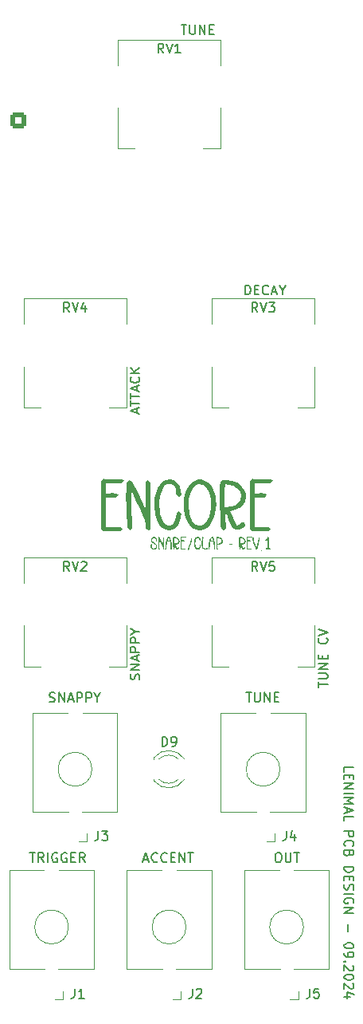
<source format=gto>
G04 #@! TF.GenerationSoftware,KiCad,Pcbnew,8.0.5*
G04 #@! TF.CreationDate,2024-11-24T11:25:01+01:00*
G04 #@! TF.ProjectId,encore,656e636f-7265-42e6-9b69-6361645f7063,rev?*
G04 #@! TF.SameCoordinates,Original*
G04 #@! TF.FileFunction,Legend,Top*
G04 #@! TF.FilePolarity,Positive*
%FSLAX46Y46*%
G04 Gerber Fmt 4.6, Leading zero omitted, Abs format (unit mm)*
G04 Created by KiCad (PCBNEW 8.0.5) date 2024-11-24 11:25:01*
%MOMM*%
%LPD*%
G01*
G04 APERTURE LIST*
G04 Aperture macros list*
%AMRoundRect*
0 Rectangle with rounded corners*
0 $1 Rounding radius*
0 $2 $3 $4 $5 $6 $7 $8 $9 X,Y pos of 4 corners*
0 Add a 4 corners polygon primitive as box body*
4,1,4,$2,$3,$4,$5,$6,$7,$8,$9,$2,$3,0*
0 Add four circle primitives for the rounded corners*
1,1,$1+$1,$2,$3*
1,1,$1+$1,$4,$5*
1,1,$1+$1,$6,$7*
1,1,$1+$1,$8,$9*
0 Add four rect primitives between the rounded corners*
20,1,$1+$1,$2,$3,$4,$5,0*
20,1,$1+$1,$4,$5,$6,$7,0*
20,1,$1+$1,$6,$7,$8,$9,0*
20,1,$1+$1,$8,$9,$2,$3,0*%
G04 Aperture macros list end*
%ADD10C,0.150000*%
%ADD11C,0.120000*%
%ADD12O,4.000000X4.000000*%
%ADD13R,1.800000X1.800000*%
%ADD14C,1.800000*%
%ADD15R,1.930000X1.830000*%
%ADD16C,2.130000*%
%ADD17R,1.600000X1.600000*%
%ADD18C,1.600000*%
%ADD19C,2.000000*%
%ADD20R,1.200000X1.200000*%
%ADD21C,1.200000*%
%ADD22R,1.050000X1.500000*%
%ADD23O,1.050000X1.500000*%
%ADD24RoundRect,0.250000X-0.600000X-0.600000X0.600000X-0.600000X0.600000X0.600000X-0.600000X0.600000X0*%
%ADD25C,1.700000*%
G04 APERTURE END LIST*
D10*
X88630180Y-135261904D02*
X88630180Y-134785714D01*
X88630180Y-134785714D02*
X89630180Y-134785714D01*
X89153990Y-135595238D02*
X89153990Y-135928571D01*
X88630180Y-136071428D02*
X88630180Y-135595238D01*
X88630180Y-135595238D02*
X89630180Y-135595238D01*
X89630180Y-135595238D02*
X89630180Y-136071428D01*
X88630180Y-136500000D02*
X89630180Y-136500000D01*
X89630180Y-136500000D02*
X88630180Y-137071428D01*
X88630180Y-137071428D02*
X89630180Y-137071428D01*
X88630180Y-137547619D02*
X89630180Y-137547619D01*
X88630180Y-138023809D02*
X89630180Y-138023809D01*
X89630180Y-138023809D02*
X88915895Y-138357142D01*
X88915895Y-138357142D02*
X89630180Y-138690475D01*
X89630180Y-138690475D02*
X88630180Y-138690475D01*
X88915895Y-139119047D02*
X88915895Y-139595237D01*
X88630180Y-139023809D02*
X89630180Y-139357142D01*
X89630180Y-139357142D02*
X88630180Y-139690475D01*
X88630180Y-140499999D02*
X88630180Y-140023809D01*
X88630180Y-140023809D02*
X89630180Y-140023809D01*
X88630180Y-141595238D02*
X89630180Y-141595238D01*
X89630180Y-141595238D02*
X89630180Y-141976190D01*
X89630180Y-141976190D02*
X89582561Y-142071428D01*
X89582561Y-142071428D02*
X89534942Y-142119047D01*
X89534942Y-142119047D02*
X89439704Y-142166666D01*
X89439704Y-142166666D02*
X89296847Y-142166666D01*
X89296847Y-142166666D02*
X89201609Y-142119047D01*
X89201609Y-142119047D02*
X89153990Y-142071428D01*
X89153990Y-142071428D02*
X89106371Y-141976190D01*
X89106371Y-141976190D02*
X89106371Y-141595238D01*
X88725419Y-143166666D02*
X88677800Y-143119047D01*
X88677800Y-143119047D02*
X88630180Y-142976190D01*
X88630180Y-142976190D02*
X88630180Y-142880952D01*
X88630180Y-142880952D02*
X88677800Y-142738095D01*
X88677800Y-142738095D02*
X88773038Y-142642857D01*
X88773038Y-142642857D02*
X88868276Y-142595238D01*
X88868276Y-142595238D02*
X89058752Y-142547619D01*
X89058752Y-142547619D02*
X89201609Y-142547619D01*
X89201609Y-142547619D02*
X89392085Y-142595238D01*
X89392085Y-142595238D02*
X89487323Y-142642857D01*
X89487323Y-142642857D02*
X89582561Y-142738095D01*
X89582561Y-142738095D02*
X89630180Y-142880952D01*
X89630180Y-142880952D02*
X89630180Y-142976190D01*
X89630180Y-142976190D02*
X89582561Y-143119047D01*
X89582561Y-143119047D02*
X89534942Y-143166666D01*
X89153990Y-143928571D02*
X89106371Y-144071428D01*
X89106371Y-144071428D02*
X89058752Y-144119047D01*
X89058752Y-144119047D02*
X88963514Y-144166666D01*
X88963514Y-144166666D02*
X88820657Y-144166666D01*
X88820657Y-144166666D02*
X88725419Y-144119047D01*
X88725419Y-144119047D02*
X88677800Y-144071428D01*
X88677800Y-144071428D02*
X88630180Y-143976190D01*
X88630180Y-143976190D02*
X88630180Y-143595238D01*
X88630180Y-143595238D02*
X89630180Y-143595238D01*
X89630180Y-143595238D02*
X89630180Y-143928571D01*
X89630180Y-143928571D02*
X89582561Y-144023809D01*
X89582561Y-144023809D02*
X89534942Y-144071428D01*
X89534942Y-144071428D02*
X89439704Y-144119047D01*
X89439704Y-144119047D02*
X89344466Y-144119047D01*
X89344466Y-144119047D02*
X89249228Y-144071428D01*
X89249228Y-144071428D02*
X89201609Y-144023809D01*
X89201609Y-144023809D02*
X89153990Y-143928571D01*
X89153990Y-143928571D02*
X89153990Y-143595238D01*
X88630180Y-145357143D02*
X89630180Y-145357143D01*
X89630180Y-145357143D02*
X89630180Y-145595238D01*
X89630180Y-145595238D02*
X89582561Y-145738095D01*
X89582561Y-145738095D02*
X89487323Y-145833333D01*
X89487323Y-145833333D02*
X89392085Y-145880952D01*
X89392085Y-145880952D02*
X89201609Y-145928571D01*
X89201609Y-145928571D02*
X89058752Y-145928571D01*
X89058752Y-145928571D02*
X88868276Y-145880952D01*
X88868276Y-145880952D02*
X88773038Y-145833333D01*
X88773038Y-145833333D02*
X88677800Y-145738095D01*
X88677800Y-145738095D02*
X88630180Y-145595238D01*
X88630180Y-145595238D02*
X88630180Y-145357143D01*
X89153990Y-146357143D02*
X89153990Y-146690476D01*
X88630180Y-146833333D02*
X88630180Y-146357143D01*
X88630180Y-146357143D02*
X89630180Y-146357143D01*
X89630180Y-146357143D02*
X89630180Y-146833333D01*
X88677800Y-147214286D02*
X88630180Y-147357143D01*
X88630180Y-147357143D02*
X88630180Y-147595238D01*
X88630180Y-147595238D02*
X88677800Y-147690476D01*
X88677800Y-147690476D02*
X88725419Y-147738095D01*
X88725419Y-147738095D02*
X88820657Y-147785714D01*
X88820657Y-147785714D02*
X88915895Y-147785714D01*
X88915895Y-147785714D02*
X89011133Y-147738095D01*
X89011133Y-147738095D02*
X89058752Y-147690476D01*
X89058752Y-147690476D02*
X89106371Y-147595238D01*
X89106371Y-147595238D02*
X89153990Y-147404762D01*
X89153990Y-147404762D02*
X89201609Y-147309524D01*
X89201609Y-147309524D02*
X89249228Y-147261905D01*
X89249228Y-147261905D02*
X89344466Y-147214286D01*
X89344466Y-147214286D02*
X89439704Y-147214286D01*
X89439704Y-147214286D02*
X89534942Y-147261905D01*
X89534942Y-147261905D02*
X89582561Y-147309524D01*
X89582561Y-147309524D02*
X89630180Y-147404762D01*
X89630180Y-147404762D02*
X89630180Y-147642857D01*
X89630180Y-147642857D02*
X89582561Y-147785714D01*
X88630180Y-148214286D02*
X89630180Y-148214286D01*
X89582561Y-149214285D02*
X89630180Y-149119047D01*
X89630180Y-149119047D02*
X89630180Y-148976190D01*
X89630180Y-148976190D02*
X89582561Y-148833333D01*
X89582561Y-148833333D02*
X89487323Y-148738095D01*
X89487323Y-148738095D02*
X89392085Y-148690476D01*
X89392085Y-148690476D02*
X89201609Y-148642857D01*
X89201609Y-148642857D02*
X89058752Y-148642857D01*
X89058752Y-148642857D02*
X88868276Y-148690476D01*
X88868276Y-148690476D02*
X88773038Y-148738095D01*
X88773038Y-148738095D02*
X88677800Y-148833333D01*
X88677800Y-148833333D02*
X88630180Y-148976190D01*
X88630180Y-148976190D02*
X88630180Y-149071428D01*
X88630180Y-149071428D02*
X88677800Y-149214285D01*
X88677800Y-149214285D02*
X88725419Y-149261904D01*
X88725419Y-149261904D02*
X89058752Y-149261904D01*
X89058752Y-149261904D02*
X89058752Y-149071428D01*
X88630180Y-149690476D02*
X89630180Y-149690476D01*
X89630180Y-149690476D02*
X88630180Y-150261904D01*
X88630180Y-150261904D02*
X89630180Y-150261904D01*
X89011133Y-151500000D02*
X89011133Y-152261905D01*
X89630180Y-153690476D02*
X89630180Y-153785714D01*
X89630180Y-153785714D02*
X89582561Y-153880952D01*
X89582561Y-153880952D02*
X89534942Y-153928571D01*
X89534942Y-153928571D02*
X89439704Y-153976190D01*
X89439704Y-153976190D02*
X89249228Y-154023809D01*
X89249228Y-154023809D02*
X89011133Y-154023809D01*
X89011133Y-154023809D02*
X88820657Y-153976190D01*
X88820657Y-153976190D02*
X88725419Y-153928571D01*
X88725419Y-153928571D02*
X88677800Y-153880952D01*
X88677800Y-153880952D02*
X88630180Y-153785714D01*
X88630180Y-153785714D02*
X88630180Y-153690476D01*
X88630180Y-153690476D02*
X88677800Y-153595238D01*
X88677800Y-153595238D02*
X88725419Y-153547619D01*
X88725419Y-153547619D02*
X88820657Y-153500000D01*
X88820657Y-153500000D02*
X89011133Y-153452381D01*
X89011133Y-153452381D02*
X89249228Y-153452381D01*
X89249228Y-153452381D02*
X89439704Y-153500000D01*
X89439704Y-153500000D02*
X89534942Y-153547619D01*
X89534942Y-153547619D02*
X89582561Y-153595238D01*
X89582561Y-153595238D02*
X89630180Y-153690476D01*
X88630180Y-154500000D02*
X88630180Y-154690476D01*
X88630180Y-154690476D02*
X88677800Y-154785714D01*
X88677800Y-154785714D02*
X88725419Y-154833333D01*
X88725419Y-154833333D02*
X88868276Y-154928571D01*
X88868276Y-154928571D02*
X89058752Y-154976190D01*
X89058752Y-154976190D02*
X89439704Y-154976190D01*
X89439704Y-154976190D02*
X89534942Y-154928571D01*
X89534942Y-154928571D02*
X89582561Y-154880952D01*
X89582561Y-154880952D02*
X89630180Y-154785714D01*
X89630180Y-154785714D02*
X89630180Y-154595238D01*
X89630180Y-154595238D02*
X89582561Y-154500000D01*
X89582561Y-154500000D02*
X89534942Y-154452381D01*
X89534942Y-154452381D02*
X89439704Y-154404762D01*
X89439704Y-154404762D02*
X89201609Y-154404762D01*
X89201609Y-154404762D02*
X89106371Y-154452381D01*
X89106371Y-154452381D02*
X89058752Y-154500000D01*
X89058752Y-154500000D02*
X89011133Y-154595238D01*
X89011133Y-154595238D02*
X89011133Y-154785714D01*
X89011133Y-154785714D02*
X89058752Y-154880952D01*
X89058752Y-154880952D02*
X89106371Y-154928571D01*
X89106371Y-154928571D02*
X89201609Y-154976190D01*
X88725419Y-155404762D02*
X88677800Y-155452381D01*
X88677800Y-155452381D02*
X88630180Y-155404762D01*
X88630180Y-155404762D02*
X88677800Y-155357143D01*
X88677800Y-155357143D02*
X88725419Y-155404762D01*
X88725419Y-155404762D02*
X88630180Y-155404762D01*
X89534942Y-155833333D02*
X89582561Y-155880952D01*
X89582561Y-155880952D02*
X89630180Y-155976190D01*
X89630180Y-155976190D02*
X89630180Y-156214285D01*
X89630180Y-156214285D02*
X89582561Y-156309523D01*
X89582561Y-156309523D02*
X89534942Y-156357142D01*
X89534942Y-156357142D02*
X89439704Y-156404761D01*
X89439704Y-156404761D02*
X89344466Y-156404761D01*
X89344466Y-156404761D02*
X89201609Y-156357142D01*
X89201609Y-156357142D02*
X88630180Y-155785714D01*
X88630180Y-155785714D02*
X88630180Y-156404761D01*
X89630180Y-157023809D02*
X89630180Y-157119047D01*
X89630180Y-157119047D02*
X89582561Y-157214285D01*
X89582561Y-157214285D02*
X89534942Y-157261904D01*
X89534942Y-157261904D02*
X89439704Y-157309523D01*
X89439704Y-157309523D02*
X89249228Y-157357142D01*
X89249228Y-157357142D02*
X89011133Y-157357142D01*
X89011133Y-157357142D02*
X88820657Y-157309523D01*
X88820657Y-157309523D02*
X88725419Y-157261904D01*
X88725419Y-157261904D02*
X88677800Y-157214285D01*
X88677800Y-157214285D02*
X88630180Y-157119047D01*
X88630180Y-157119047D02*
X88630180Y-157023809D01*
X88630180Y-157023809D02*
X88677800Y-156928571D01*
X88677800Y-156928571D02*
X88725419Y-156880952D01*
X88725419Y-156880952D02*
X88820657Y-156833333D01*
X88820657Y-156833333D02*
X89011133Y-156785714D01*
X89011133Y-156785714D02*
X89249228Y-156785714D01*
X89249228Y-156785714D02*
X89439704Y-156833333D01*
X89439704Y-156833333D02*
X89534942Y-156880952D01*
X89534942Y-156880952D02*
X89582561Y-156928571D01*
X89582561Y-156928571D02*
X89630180Y-157023809D01*
X89534942Y-157738095D02*
X89582561Y-157785714D01*
X89582561Y-157785714D02*
X89630180Y-157880952D01*
X89630180Y-157880952D02*
X89630180Y-158119047D01*
X89630180Y-158119047D02*
X89582561Y-158214285D01*
X89582561Y-158214285D02*
X89534942Y-158261904D01*
X89534942Y-158261904D02*
X89439704Y-158309523D01*
X89439704Y-158309523D02*
X89344466Y-158309523D01*
X89344466Y-158309523D02*
X89201609Y-158261904D01*
X89201609Y-158261904D02*
X88630180Y-157690476D01*
X88630180Y-157690476D02*
X88630180Y-158309523D01*
X89296847Y-159166666D02*
X88630180Y-159166666D01*
X89677800Y-158928571D02*
X88963514Y-158690476D01*
X88963514Y-158690476D02*
X88963514Y-159309523D01*
X55193922Y-143869819D02*
X55765350Y-143869819D01*
X55479636Y-144869819D02*
X55479636Y-143869819D01*
X56670112Y-144869819D02*
X56336779Y-144393628D01*
X56098684Y-144869819D02*
X56098684Y-143869819D01*
X56098684Y-143869819D02*
X56479636Y-143869819D01*
X56479636Y-143869819D02*
X56574874Y-143917438D01*
X56574874Y-143917438D02*
X56622493Y-143965057D01*
X56622493Y-143965057D02*
X56670112Y-144060295D01*
X56670112Y-144060295D02*
X56670112Y-144203152D01*
X56670112Y-144203152D02*
X56622493Y-144298390D01*
X56622493Y-144298390D02*
X56574874Y-144346009D01*
X56574874Y-144346009D02*
X56479636Y-144393628D01*
X56479636Y-144393628D02*
X56098684Y-144393628D01*
X57098684Y-144869819D02*
X57098684Y-143869819D01*
X58098683Y-143917438D02*
X58003445Y-143869819D01*
X58003445Y-143869819D02*
X57860588Y-143869819D01*
X57860588Y-143869819D02*
X57717731Y-143917438D01*
X57717731Y-143917438D02*
X57622493Y-144012676D01*
X57622493Y-144012676D02*
X57574874Y-144107914D01*
X57574874Y-144107914D02*
X57527255Y-144298390D01*
X57527255Y-144298390D02*
X57527255Y-144441247D01*
X57527255Y-144441247D02*
X57574874Y-144631723D01*
X57574874Y-144631723D02*
X57622493Y-144726961D01*
X57622493Y-144726961D02*
X57717731Y-144822200D01*
X57717731Y-144822200D02*
X57860588Y-144869819D01*
X57860588Y-144869819D02*
X57955826Y-144869819D01*
X57955826Y-144869819D02*
X58098683Y-144822200D01*
X58098683Y-144822200D02*
X58146302Y-144774580D01*
X58146302Y-144774580D02*
X58146302Y-144441247D01*
X58146302Y-144441247D02*
X57955826Y-144441247D01*
X59098683Y-143917438D02*
X59003445Y-143869819D01*
X59003445Y-143869819D02*
X58860588Y-143869819D01*
X58860588Y-143869819D02*
X58717731Y-143917438D01*
X58717731Y-143917438D02*
X58622493Y-144012676D01*
X58622493Y-144012676D02*
X58574874Y-144107914D01*
X58574874Y-144107914D02*
X58527255Y-144298390D01*
X58527255Y-144298390D02*
X58527255Y-144441247D01*
X58527255Y-144441247D02*
X58574874Y-144631723D01*
X58574874Y-144631723D02*
X58622493Y-144726961D01*
X58622493Y-144726961D02*
X58717731Y-144822200D01*
X58717731Y-144822200D02*
X58860588Y-144869819D01*
X58860588Y-144869819D02*
X58955826Y-144869819D01*
X58955826Y-144869819D02*
X59098683Y-144822200D01*
X59098683Y-144822200D02*
X59146302Y-144774580D01*
X59146302Y-144774580D02*
X59146302Y-144441247D01*
X59146302Y-144441247D02*
X58955826Y-144441247D01*
X59574874Y-144346009D02*
X59908207Y-144346009D01*
X60051064Y-144869819D02*
X59574874Y-144869819D01*
X59574874Y-144869819D02*
X59574874Y-143869819D01*
X59574874Y-143869819D02*
X60051064Y-143869819D01*
X61051064Y-144869819D02*
X60717731Y-144393628D01*
X60479636Y-144869819D02*
X60479636Y-143869819D01*
X60479636Y-143869819D02*
X60860588Y-143869819D01*
X60860588Y-143869819D02*
X60955826Y-143917438D01*
X60955826Y-143917438D02*
X61003445Y-143965057D01*
X61003445Y-143965057D02*
X61051064Y-144060295D01*
X61051064Y-144060295D02*
X61051064Y-144203152D01*
X61051064Y-144203152D02*
X61003445Y-144298390D01*
X61003445Y-144298390D02*
X60955826Y-144346009D01*
X60955826Y-144346009D02*
X60860588Y-144393628D01*
X60860588Y-144393628D02*
X60479636Y-144393628D01*
G36*
X68728332Y-111238436D02*
G01*
X68690026Y-111138599D01*
X68625335Y-111055345D01*
X68543649Y-110986080D01*
X68526099Y-110973677D01*
X68433808Y-110914705D01*
X68348796Y-110858093D01*
X68271170Y-110793487D01*
X68207241Y-110703817D01*
X68197763Y-110599059D01*
X68233496Y-110519874D01*
X68309760Y-110452269D01*
X68408790Y-110429559D01*
X68455757Y-110437808D01*
X68541650Y-110501949D01*
X68580192Y-110601976D01*
X68586591Y-110701243D01*
X68584717Y-110732854D01*
X68670531Y-110787121D01*
X68717096Y-110732854D01*
X68717421Y-110631381D01*
X68698517Y-110532357D01*
X68655299Y-110442172D01*
X68618911Y-110398241D01*
X68532495Y-110338701D01*
X68431241Y-110312649D01*
X68360990Y-110313733D01*
X68251299Y-110346760D01*
X68161668Y-110412265D01*
X68098454Y-110501919D01*
X68068014Y-110607397D01*
X68076702Y-110720370D01*
X68089392Y-110758255D01*
X68143653Y-110847759D01*
X68217991Y-110916759D01*
X68304078Y-110973728D01*
X68393584Y-111027141D01*
X68478180Y-111085475D01*
X68549536Y-111157202D01*
X68572505Y-111191542D01*
X68604689Y-111294150D01*
X68591392Y-111395553D01*
X68539028Y-111481362D01*
X68454008Y-111537188D01*
X68393230Y-111550090D01*
X68295720Y-111536150D01*
X68215495Y-111479926D01*
X68198325Y-111456301D01*
X68163929Y-111356433D01*
X68166279Y-111249168D01*
X68191814Y-111143569D01*
X68211025Y-111088960D01*
X68142685Y-111016550D01*
X68083042Y-111057208D01*
X68053477Y-111152839D01*
X68036143Y-111253614D01*
X68035044Y-111354448D01*
X68054181Y-111450253D01*
X68109494Y-111551418D01*
X68187242Y-111618252D01*
X68206629Y-111629225D01*
X68313751Y-111664724D01*
X68426076Y-111666020D01*
X68533939Y-111634954D01*
X68627676Y-111573366D01*
X68671179Y-111525177D01*
X68718140Y-111433539D01*
X68736053Y-111331900D01*
X68728332Y-111238436D01*
G37*
G36*
X68969155Y-110596566D02*
G01*
X69015178Y-110696378D01*
X69061280Y-110796151D01*
X69107452Y-110895889D01*
X69153681Y-110995598D01*
X69199955Y-111095284D01*
X69246264Y-111194953D01*
X69292596Y-111294611D01*
X69338939Y-111394263D01*
X69347288Y-111497773D01*
X69351051Y-111598722D01*
X69351151Y-111612128D01*
X69435738Y-111668332D01*
X69483531Y-111612128D01*
X69483314Y-111497123D01*
X69482985Y-111382098D01*
X69482611Y-111267056D01*
X69482260Y-111152003D01*
X69481998Y-111036944D01*
X69481895Y-110921883D01*
X69482017Y-110806825D01*
X69482431Y-110691775D01*
X69483207Y-110576738D01*
X69484411Y-110461719D01*
X69485484Y-110385052D01*
X69401814Y-110328848D01*
X69353105Y-110385052D01*
X69351546Y-110498625D01*
X69350482Y-110612198D01*
X69349833Y-110725771D01*
X69349522Y-110839344D01*
X69349471Y-110952916D01*
X69349600Y-111066489D01*
X69349685Y-111111919D01*
X69306133Y-111018290D01*
X69262666Y-110924615D01*
X69219280Y-110830894D01*
X69175968Y-110737128D01*
X69132724Y-110643316D01*
X69089544Y-110549458D01*
X69046421Y-110455554D01*
X69003349Y-110361605D01*
X68912217Y-110325973D01*
X68909071Y-110326922D01*
X68852407Y-110383098D01*
X68842421Y-110496963D01*
X68836300Y-110611019D01*
X68833529Y-110725225D01*
X68833594Y-110839539D01*
X68835980Y-110953921D01*
X68840174Y-111068330D01*
X68845661Y-111182724D01*
X68851926Y-111297062D01*
X68858455Y-111411304D01*
X68864734Y-111525408D01*
X68868527Y-111601381D01*
X68949948Y-111658723D01*
X69000907Y-111601381D01*
X68994473Y-111476000D01*
X68987359Y-111350475D01*
X68980256Y-111224847D01*
X68973857Y-111099157D01*
X68968855Y-110973443D01*
X68965942Y-110847747D01*
X68965811Y-110722108D01*
X68969155Y-110596566D01*
G37*
G36*
X70007187Y-110313733D02*
G01*
X70077971Y-110356830D01*
X70136216Y-110436215D01*
X70175874Y-110530976D01*
X70205512Y-110634180D01*
X70232908Y-110750166D01*
X70255597Y-110868088D01*
X70273914Y-110987452D01*
X70288189Y-111107766D01*
X70298754Y-111228539D01*
X70305942Y-111349277D01*
X70310085Y-111469488D01*
X70311514Y-111588681D01*
X70264108Y-111644885D01*
X70179623Y-111588681D01*
X70177707Y-111488602D01*
X70173089Y-111388524D01*
X70166365Y-111288628D01*
X70158129Y-111189099D01*
X70152889Y-111131599D01*
X70142090Y-111028098D01*
X70128814Y-110924872D01*
X70112212Y-110822247D01*
X70016041Y-110825590D01*
X69910253Y-110828555D01*
X69804466Y-110832505D01*
X69795787Y-110879735D01*
X69776496Y-110998292D01*
X69760167Y-111117402D01*
X69746209Y-111236896D01*
X69734028Y-111356606D01*
X69723033Y-111476366D01*
X69712630Y-111596008D01*
X69666305Y-111650147D01*
X69580739Y-111596008D01*
X69591216Y-111471039D01*
X69601996Y-111345193D01*
X69613978Y-111218925D01*
X69628061Y-111092684D01*
X69645144Y-110966925D01*
X69666125Y-110842099D01*
X69691903Y-110718658D01*
X69693539Y-110712337D01*
X69828890Y-110712337D01*
X69877480Y-110710594D01*
X69982588Y-110707495D01*
X70087787Y-110704033D01*
X70087299Y-110702568D01*
X70061226Y-110603527D01*
X70025261Y-110508150D01*
X69988136Y-110447090D01*
X69971528Y-110430969D01*
X69966154Y-110426573D01*
X69947103Y-110429016D01*
X69898743Y-110497404D01*
X69886746Y-110522707D01*
X69853312Y-110615945D01*
X69828890Y-110712337D01*
X69693539Y-110712337D01*
X69723377Y-110597055D01*
X69734478Y-110560411D01*
X69770744Y-110465895D01*
X69823806Y-110377286D01*
X69908633Y-110312613D01*
X70007187Y-110313733D01*
G37*
G36*
X70621931Y-110322549D02*
G01*
X70724040Y-110339928D01*
X70822119Y-110372054D01*
X70913328Y-110420711D01*
X70941065Y-110440425D01*
X71015925Y-110510745D01*
X71074145Y-110594770D01*
X71110430Y-110688558D01*
X71119487Y-110788168D01*
X71096022Y-110889658D01*
X71056640Y-110961654D01*
X70980746Y-111040457D01*
X70886321Y-111096434D01*
X70779655Y-111132715D01*
X70683251Y-111150509D01*
X70710358Y-111187713D01*
X70757267Y-111278285D01*
X70792672Y-111377655D01*
X70808149Y-111430720D01*
X70853733Y-111521758D01*
X70888415Y-111522735D01*
X70924041Y-111508949D01*
X71007117Y-111454836D01*
X71069490Y-111444156D01*
X71100418Y-111538855D01*
X71026452Y-111590438D01*
X70934601Y-111634998D01*
X70836147Y-111642903D01*
X70756534Y-111601222D01*
X70700837Y-111514919D01*
X70685831Y-111475150D01*
X70655682Y-111378461D01*
X70619911Y-111283482D01*
X70557711Y-111197404D01*
X70563137Y-111298512D01*
X70568885Y-111399576D01*
X70574540Y-111500547D01*
X70579692Y-111601381D01*
X70528734Y-111658723D01*
X70447313Y-111601381D01*
X70443520Y-111525408D01*
X70437241Y-111411304D01*
X70430712Y-111297062D01*
X70424447Y-111182724D01*
X70418960Y-111068330D01*
X70414766Y-110953921D01*
X70412379Y-110839539D01*
X70412364Y-110813785D01*
X70544451Y-110813785D01*
X70546252Y-110926694D01*
X70549895Y-111039623D01*
X70585985Y-111038489D01*
X70699952Y-111025586D01*
X70811342Y-110994781D01*
X70905860Y-110941377D01*
X70969208Y-110860681D01*
X70987090Y-110747997D01*
X70981736Y-110709839D01*
X70939584Y-110611808D01*
X70866108Y-110537194D01*
X70771354Y-110484391D01*
X70665369Y-110451797D01*
X70558199Y-110437808D01*
X70555122Y-110475366D01*
X70548384Y-110588102D01*
X70544994Y-110700914D01*
X70544451Y-110813785D01*
X70412364Y-110813785D01*
X70412314Y-110725225D01*
X70415085Y-110611019D01*
X70421207Y-110496963D01*
X70431193Y-110383098D01*
X70483949Y-110327411D01*
X70518632Y-110318129D01*
X70621931Y-110322549D01*
G37*
G36*
X71222540Y-111616036D02*
G01*
X71284577Y-111689797D01*
X71394128Y-111691667D01*
X71503724Y-111690469D01*
X71613412Y-111689179D01*
X71723237Y-111690774D01*
X71782099Y-111611820D01*
X71723237Y-111572072D01*
X71618961Y-111570287D01*
X71514685Y-111571393D01*
X71410408Y-111572716D01*
X71352477Y-111572561D01*
X71352093Y-111451399D01*
X71351497Y-111330189D01*
X71350834Y-111208952D01*
X71350249Y-111087710D01*
X71349888Y-110966486D01*
X71349895Y-110845302D01*
X71350034Y-110796845D01*
X71450601Y-110795978D01*
X71551168Y-110794853D01*
X71618213Y-110795868D01*
X71677289Y-110716451D01*
X71618213Y-110676678D01*
X71517801Y-110675853D01*
X71417491Y-110677502D01*
X71350523Y-110678143D01*
X71351854Y-110579225D01*
X71353751Y-110480307D01*
X71355408Y-110414361D01*
X71459455Y-110414857D01*
X71563503Y-110414666D01*
X71667550Y-110414567D01*
X71771598Y-110415338D01*
X71830674Y-110334762D01*
X71771598Y-110296147D01*
X71666446Y-110295373D01*
X71561264Y-110295642D01*
X71456020Y-110296033D01*
X71350684Y-110295627D01*
X71290439Y-110294682D01*
X71224494Y-110354277D01*
X71221451Y-110471056D01*
X71219372Y-110587834D01*
X71218110Y-110704613D01*
X71217521Y-110821392D01*
X71217461Y-110938170D01*
X71217783Y-111054949D01*
X71218344Y-111171728D01*
X71218998Y-111288506D01*
X71219601Y-111405285D01*
X71220007Y-111522063D01*
X71220097Y-111599916D01*
X71222540Y-111616036D01*
G37*
G36*
X72355826Y-110508150D02*
G01*
X72321558Y-110619859D01*
X72286676Y-110731342D01*
X72251263Y-110842630D01*
X72215400Y-110953755D01*
X72179171Y-111064748D01*
X72142656Y-111175640D01*
X72105939Y-111286463D01*
X72069101Y-111397248D01*
X72032224Y-111508026D01*
X71995391Y-111618830D01*
X71970900Y-111692728D01*
X72040838Y-111765834D01*
X72098394Y-111723991D01*
X72135153Y-111613278D01*
X72172010Y-111502588D01*
X72208883Y-111391892D01*
X72245690Y-111281160D01*
X72282349Y-111170363D01*
X72318778Y-111059474D01*
X72354894Y-110948461D01*
X72390616Y-110837298D01*
X72425861Y-110725954D01*
X72460548Y-110614401D01*
X72483321Y-110539902D01*
X72418402Y-110465939D01*
X72355826Y-110508150D01*
G37*
G36*
X72955198Y-111636552D02*
G01*
X73054818Y-111656338D01*
X73152879Y-111638991D01*
X73232658Y-111592100D01*
X73300978Y-111511828D01*
X73344705Y-111415940D01*
X73369289Y-111311900D01*
X73380181Y-111207173D01*
X73298775Y-111151323D01*
X73247801Y-111207173D01*
X73233131Y-111314915D01*
X73200332Y-111421448D01*
X73143821Y-111506769D01*
X73043986Y-111538318D01*
X73012351Y-111530062D01*
X72926251Y-111469477D01*
X72867603Y-111376600D01*
X72833719Y-111283750D01*
X72816957Y-111216943D01*
X72800106Y-111114667D01*
X72793029Y-111010261D01*
X72795542Y-110905382D01*
X72807460Y-110801686D01*
X72818422Y-110743600D01*
X72843377Y-110646851D01*
X72884365Y-110546269D01*
X72947450Y-110464220D01*
X72994277Y-110434877D01*
X73096421Y-110423350D01*
X73180904Y-110481582D01*
X73225881Y-110569738D01*
X73243167Y-110669027D01*
X73241939Y-110709406D01*
X73326819Y-110763545D01*
X73373831Y-110709406D01*
X73370683Y-110600354D01*
X73340403Y-110497058D01*
X73284711Y-110408060D01*
X73205326Y-110341897D01*
X73103968Y-110307110D01*
X73065596Y-110303963D01*
X72968767Y-110317592D01*
X72875477Y-110367410D01*
X72801919Y-110444813D01*
X72746558Y-110540413D01*
X72717306Y-110614640D01*
X72687471Y-110724007D01*
X72669049Y-110836717D01*
X72661497Y-110951165D01*
X72664275Y-111065749D01*
X72676841Y-111178864D01*
X72683112Y-111215966D01*
X72709729Y-111325884D01*
X72745175Y-111418941D01*
X72794159Y-111504628D01*
X72870787Y-111587315D01*
X72955198Y-111636552D01*
G37*
G36*
X74069923Y-111511500D02*
G01*
X73969372Y-111544684D01*
X73872053Y-111559024D01*
X73768527Y-111541297D01*
X73687477Y-111477943D01*
X73637842Y-111386610D01*
X73628332Y-111358604D01*
X73604062Y-111259087D01*
X73591226Y-111156470D01*
X73587732Y-111052014D01*
X73591490Y-110946983D01*
X73600409Y-110842641D01*
X73612398Y-110740251D01*
X73617585Y-110700125D01*
X73631788Y-110598701D01*
X73647977Y-110497580D01*
X73664989Y-110396495D01*
X73668387Y-110376259D01*
X73602284Y-110301430D01*
X73540893Y-110344996D01*
X73521948Y-110456227D01*
X73503795Y-110567805D01*
X73487439Y-110679718D01*
X73473888Y-110791956D01*
X73464147Y-110904506D01*
X73459223Y-111017359D01*
X73458827Y-111062581D01*
X73461788Y-111163017D01*
X73472553Y-111268519D01*
X73494632Y-111373208D01*
X73531537Y-111471202D01*
X73586778Y-111556619D01*
X73663866Y-111623580D01*
X73701605Y-111643879D01*
X73795843Y-111672029D01*
X73906764Y-111674663D01*
X74003745Y-111657733D01*
X74097956Y-111629022D01*
X74136845Y-111614570D01*
X74133734Y-111516771D01*
X74069923Y-111511500D01*
G37*
G36*
X74604815Y-110313733D02*
G01*
X74675598Y-110356830D01*
X74733843Y-110436215D01*
X74773501Y-110530976D01*
X74803140Y-110634180D01*
X74830535Y-110750166D01*
X74853225Y-110868088D01*
X74871541Y-110987452D01*
X74885816Y-111107766D01*
X74896381Y-111228539D01*
X74903569Y-111349277D01*
X74907712Y-111469488D01*
X74909141Y-111588681D01*
X74861735Y-111644885D01*
X74777250Y-111588681D01*
X74775334Y-111488602D01*
X74770717Y-111388524D01*
X74763992Y-111288628D01*
X74755757Y-111189099D01*
X74750516Y-111131599D01*
X74739717Y-111028098D01*
X74726441Y-110924872D01*
X74709839Y-110822247D01*
X74613668Y-110825590D01*
X74507881Y-110828555D01*
X74402093Y-110832505D01*
X74393414Y-110879735D01*
X74374123Y-110998292D01*
X74357794Y-111117402D01*
X74343836Y-111236896D01*
X74331656Y-111356606D01*
X74320660Y-111476366D01*
X74310258Y-111596008D01*
X74263933Y-111650147D01*
X74178367Y-111596008D01*
X74188843Y-111471039D01*
X74199623Y-111345193D01*
X74211606Y-111218925D01*
X74225689Y-111092684D01*
X74242771Y-110966925D01*
X74263752Y-110842099D01*
X74289530Y-110718658D01*
X74291166Y-110712337D01*
X74426517Y-110712337D01*
X74475107Y-110710594D01*
X74580216Y-110707495D01*
X74685415Y-110704033D01*
X74684926Y-110702568D01*
X74658853Y-110603527D01*
X74622889Y-110508150D01*
X74585764Y-110447090D01*
X74569155Y-110430969D01*
X74563782Y-110426573D01*
X74544731Y-110429016D01*
X74496371Y-110497404D01*
X74484373Y-110522707D01*
X74450940Y-110615945D01*
X74426517Y-110712337D01*
X74291166Y-110712337D01*
X74321004Y-110597055D01*
X74332105Y-110560411D01*
X74368372Y-110465895D01*
X74421433Y-110377286D01*
X74506260Y-110312613D01*
X74604815Y-110313733D01*
G37*
G36*
X75219559Y-110322549D02*
G01*
X75321667Y-110339928D01*
X75419746Y-110372054D01*
X75510956Y-110420711D01*
X75538692Y-110440425D01*
X75613553Y-110510745D01*
X75671773Y-110594770D01*
X75708058Y-110688558D01*
X75717114Y-110788168D01*
X75693649Y-110889658D01*
X75685087Y-110908907D01*
X75629642Y-110992412D01*
X75539965Y-111066869D01*
X75451117Y-111110005D01*
X75354134Y-111138261D01*
X75253421Y-111153808D01*
X75153384Y-111158813D01*
X75159253Y-111269524D01*
X75165535Y-111380280D01*
X75171725Y-111490945D01*
X75177320Y-111601381D01*
X75126158Y-111658723D01*
X75044940Y-111601381D01*
X75041147Y-111525408D01*
X75034869Y-111411304D01*
X75028339Y-111297062D01*
X75022074Y-111182724D01*
X75016587Y-111068330D01*
X75012393Y-110953921D01*
X75010007Y-110839539D01*
X75009992Y-110813785D01*
X75142078Y-110813785D01*
X75143879Y-110926694D01*
X75147522Y-111039623D01*
X75183612Y-111038489D01*
X75297579Y-111025586D01*
X75408969Y-110994781D01*
X75503487Y-110941377D01*
X75566835Y-110860681D01*
X75584717Y-110747997D01*
X75579364Y-110709839D01*
X75537212Y-110611808D01*
X75463736Y-110537194D01*
X75368982Y-110484391D01*
X75262997Y-110451797D01*
X75155826Y-110437808D01*
X75152749Y-110475366D01*
X75146011Y-110588102D01*
X75142621Y-110700914D01*
X75142078Y-110813785D01*
X75009992Y-110813785D01*
X75009942Y-110725225D01*
X75012713Y-110611019D01*
X75018834Y-110496963D01*
X75028820Y-110383098D01*
X75081577Y-110327411D01*
X75116259Y-110318129D01*
X75219559Y-110322549D01*
G37*
G36*
X76667690Y-111054766D02*
G01*
X76565749Y-111054807D01*
X76463808Y-111055093D01*
X76434682Y-111055254D01*
X76375606Y-111136861D01*
X76434682Y-111174445D01*
X76536623Y-111174043D01*
X76638564Y-111173957D01*
X76667690Y-111173956D01*
X76726766Y-111092478D01*
X76667690Y-111054766D01*
G37*
G36*
X77648309Y-110322549D02*
G01*
X77750418Y-110339928D01*
X77848497Y-110372054D01*
X77939706Y-110420711D01*
X77967443Y-110440425D01*
X78042304Y-110510745D01*
X78100523Y-110594770D01*
X78136808Y-110688558D01*
X78145865Y-110788168D01*
X78122400Y-110889658D01*
X78083019Y-110961654D01*
X78007124Y-111040457D01*
X77912699Y-111096434D01*
X77806033Y-111132715D01*
X77709630Y-111150509D01*
X77736737Y-111187713D01*
X77783645Y-111278285D01*
X77819050Y-111377655D01*
X77834527Y-111430720D01*
X77880111Y-111521758D01*
X77914794Y-111522735D01*
X77950419Y-111508949D01*
X78033496Y-111454836D01*
X78095868Y-111444156D01*
X78126796Y-111538855D01*
X78052831Y-111590438D01*
X77960979Y-111634998D01*
X77862526Y-111642903D01*
X77782913Y-111601222D01*
X77727215Y-111514919D01*
X77712209Y-111475150D01*
X77682061Y-111378461D01*
X77646290Y-111283482D01*
X77584089Y-111197404D01*
X77589516Y-111298512D01*
X77595263Y-111399576D01*
X77600919Y-111500547D01*
X77606071Y-111601381D01*
X77555112Y-111658723D01*
X77473691Y-111601381D01*
X77469898Y-111525408D01*
X77463619Y-111411304D01*
X77457090Y-111297062D01*
X77450825Y-111182724D01*
X77445338Y-111068330D01*
X77441144Y-110953921D01*
X77438758Y-110839539D01*
X77438743Y-110813785D01*
X77570829Y-110813785D01*
X77572630Y-110926694D01*
X77576273Y-111039623D01*
X77612363Y-111038489D01*
X77726330Y-111025586D01*
X77837720Y-110994781D01*
X77932238Y-110941377D01*
X77995586Y-110860681D01*
X78013468Y-110747997D01*
X78008114Y-110709839D01*
X77965963Y-110611808D01*
X77892486Y-110537194D01*
X77797733Y-110484391D01*
X77691747Y-110451797D01*
X77584577Y-110437808D01*
X77581500Y-110475366D01*
X77574762Y-110588102D01*
X77571372Y-110700914D01*
X77570829Y-110813785D01*
X77438743Y-110813785D01*
X77438693Y-110725225D01*
X77441464Y-110611019D01*
X77447585Y-110496963D01*
X77457571Y-110383098D01*
X77510327Y-110327411D01*
X77545010Y-110318129D01*
X77648309Y-110322549D01*
G37*
G36*
X78248918Y-111616036D02*
G01*
X78310956Y-111689797D01*
X78420506Y-111691667D01*
X78530102Y-111690469D01*
X78639790Y-111689179D01*
X78749616Y-111690774D01*
X78808477Y-111611820D01*
X78749616Y-111572072D01*
X78645339Y-111570287D01*
X78541063Y-111571393D01*
X78436786Y-111572716D01*
X78378855Y-111572561D01*
X78378471Y-111451399D01*
X78377875Y-111330189D01*
X78377212Y-111208952D01*
X78376627Y-111087710D01*
X78376266Y-110966486D01*
X78376274Y-110845302D01*
X78376413Y-110796845D01*
X78476980Y-110795978D01*
X78577547Y-110794853D01*
X78644591Y-110795868D01*
X78703668Y-110716451D01*
X78644591Y-110676678D01*
X78544179Y-110675853D01*
X78443869Y-110677502D01*
X78376901Y-110678143D01*
X78378232Y-110579225D01*
X78380130Y-110480307D01*
X78381786Y-110414361D01*
X78485833Y-110414857D01*
X78589881Y-110414666D01*
X78693928Y-110414567D01*
X78797976Y-110415338D01*
X78857052Y-110334762D01*
X78797976Y-110296147D01*
X78692824Y-110295373D01*
X78587642Y-110295642D01*
X78482398Y-110296033D01*
X78377062Y-110295627D01*
X78316817Y-110294682D01*
X78250872Y-110354277D01*
X78247829Y-110471056D01*
X78245750Y-110587834D01*
X78244488Y-110704613D01*
X78243899Y-110821392D01*
X78243839Y-110938170D01*
X78244161Y-111054949D01*
X78244722Y-111171728D01*
X78245376Y-111288506D01*
X78245979Y-111405285D01*
X78246385Y-111522063D01*
X78246475Y-111599916D01*
X78248918Y-111616036D01*
G37*
G36*
X79238590Y-111631667D02*
G01*
X79334505Y-111650398D01*
X79342637Y-111643879D01*
X79387151Y-111555964D01*
X79410048Y-111471444D01*
X79440098Y-111369843D01*
X79468685Y-111267908D01*
X79496199Y-111165770D01*
X79511165Y-111108988D01*
X79540614Y-110997458D01*
X79570215Y-110884705D01*
X79598403Y-110771008D01*
X79623612Y-110656647D01*
X79644278Y-110541902D01*
X79658834Y-110427051D01*
X79662595Y-110381144D01*
X79581543Y-110325293D01*
X79530216Y-110381144D01*
X79519173Y-110488633D01*
X79501718Y-110596140D01*
X79479385Y-110703396D01*
X79453704Y-110810134D01*
X79426207Y-110916084D01*
X79398427Y-111020979D01*
X79387578Y-111062581D01*
X79361749Y-111160253D01*
X79335195Y-111257858D01*
X79307656Y-111355334D01*
X79291835Y-111409406D01*
X79285484Y-111430411D01*
X79245369Y-111337963D01*
X79207274Y-111244834D01*
X79170933Y-111151205D01*
X79163852Y-111132435D01*
X79122223Y-111019120D01*
X79090219Y-110925934D01*
X79060949Y-110830998D01*
X79035873Y-110734776D01*
X79016452Y-110637730D01*
X79004145Y-110540325D01*
X79000989Y-110418771D01*
X79004117Y-110370397D01*
X78918775Y-110316130D01*
X78871737Y-110370397D01*
X78867871Y-110471124D01*
X78873966Y-110572531D01*
X78888533Y-110674065D01*
X78910083Y-110775169D01*
X78937129Y-110875288D01*
X78968183Y-110973868D01*
X79001754Y-111070352D01*
X79036357Y-111164187D01*
X79076283Y-111268115D01*
X79118545Y-111371347D01*
X79163235Y-111473605D01*
X79210446Y-111574615D01*
X79238590Y-111631667D01*
G37*
G36*
X79909769Y-111771374D02*
G01*
X79897069Y-111751835D01*
X79895115Y-111749881D01*
X79879483Y-111741088D01*
X79860432Y-111737180D01*
X79841381Y-111741088D01*
X79825261Y-111749881D01*
X79817445Y-111759162D01*
X79810607Y-111781632D01*
X79812561Y-111793356D01*
X79825261Y-111813384D01*
X79827215Y-111814849D01*
X79842847Y-111824131D01*
X79861898Y-111827550D01*
X79881437Y-111824131D01*
X79897069Y-111814849D01*
X79904884Y-111805568D01*
X79911723Y-111783098D01*
X79909769Y-111771374D01*
G37*
G36*
X80734822Y-111519804D02*
G01*
X80633410Y-111519088D01*
X80604884Y-111518827D01*
X80607396Y-111411815D01*
X80609937Y-111304821D01*
X80612430Y-111197838D01*
X80614802Y-111090859D01*
X80616977Y-110983877D01*
X80618882Y-110876885D01*
X80620440Y-110769875D01*
X80621577Y-110662840D01*
X80622218Y-110555773D01*
X80622288Y-110448666D01*
X80621981Y-110377236D01*
X80561409Y-110319595D01*
X80498394Y-110336203D01*
X80429602Y-110409499D01*
X80357283Y-110479635D01*
X80283591Y-110548397D01*
X80210676Y-110617571D01*
X80234228Y-110714076D01*
X80303977Y-110701591D01*
X80379453Y-110630260D01*
X80455473Y-110559291D01*
X80490090Y-110526224D01*
X80489376Y-110650380D01*
X80488037Y-110774467D01*
X80486183Y-110898508D01*
X80483923Y-111022526D01*
X80481365Y-111146544D01*
X80478618Y-111270585D01*
X80475792Y-111394672D01*
X80472993Y-111518827D01*
X80373506Y-111519009D01*
X80334752Y-111519316D01*
X80273952Y-111595973D01*
X80334752Y-111638506D01*
X80434769Y-111637689D01*
X80534787Y-111637468D01*
X80634804Y-111637888D01*
X80734822Y-111638995D01*
X80793898Y-111558204D01*
X80734822Y-111519804D01*
G37*
X66822200Y-125460839D02*
X66869819Y-125317982D01*
X66869819Y-125317982D02*
X66869819Y-125079887D01*
X66869819Y-125079887D02*
X66822200Y-124984649D01*
X66822200Y-124984649D02*
X66774580Y-124937030D01*
X66774580Y-124937030D02*
X66679342Y-124889411D01*
X66679342Y-124889411D02*
X66584104Y-124889411D01*
X66584104Y-124889411D02*
X66488866Y-124937030D01*
X66488866Y-124937030D02*
X66441247Y-124984649D01*
X66441247Y-124984649D02*
X66393628Y-125079887D01*
X66393628Y-125079887D02*
X66346009Y-125270363D01*
X66346009Y-125270363D02*
X66298390Y-125365601D01*
X66298390Y-125365601D02*
X66250771Y-125413220D01*
X66250771Y-125413220D02*
X66155533Y-125460839D01*
X66155533Y-125460839D02*
X66060295Y-125460839D01*
X66060295Y-125460839D02*
X65965057Y-125413220D01*
X65965057Y-125413220D02*
X65917438Y-125365601D01*
X65917438Y-125365601D02*
X65869819Y-125270363D01*
X65869819Y-125270363D02*
X65869819Y-125032268D01*
X65869819Y-125032268D02*
X65917438Y-124889411D01*
X66869819Y-124460839D02*
X65869819Y-124460839D01*
X65869819Y-124460839D02*
X66869819Y-123889411D01*
X66869819Y-123889411D02*
X65869819Y-123889411D01*
X66584104Y-123460839D02*
X66584104Y-122984649D01*
X66869819Y-123556077D02*
X65869819Y-123222744D01*
X65869819Y-123222744D02*
X66869819Y-122889411D01*
X66869819Y-122556077D02*
X65869819Y-122556077D01*
X65869819Y-122556077D02*
X65869819Y-122175125D01*
X65869819Y-122175125D02*
X65917438Y-122079887D01*
X65917438Y-122079887D02*
X65965057Y-122032268D01*
X65965057Y-122032268D02*
X66060295Y-121984649D01*
X66060295Y-121984649D02*
X66203152Y-121984649D01*
X66203152Y-121984649D02*
X66298390Y-122032268D01*
X66298390Y-122032268D02*
X66346009Y-122079887D01*
X66346009Y-122079887D02*
X66393628Y-122175125D01*
X66393628Y-122175125D02*
X66393628Y-122556077D01*
X66869819Y-121556077D02*
X65869819Y-121556077D01*
X65869819Y-121556077D02*
X65869819Y-121175125D01*
X65869819Y-121175125D02*
X65917438Y-121079887D01*
X65917438Y-121079887D02*
X65965057Y-121032268D01*
X65965057Y-121032268D02*
X66060295Y-120984649D01*
X66060295Y-120984649D02*
X66203152Y-120984649D01*
X66203152Y-120984649D02*
X66298390Y-121032268D01*
X66298390Y-121032268D02*
X66346009Y-121079887D01*
X66346009Y-121079887D02*
X66393628Y-121175125D01*
X66393628Y-121175125D02*
X66393628Y-121556077D01*
X66393628Y-120365601D02*
X66869819Y-120365601D01*
X65869819Y-120698934D02*
X66393628Y-120365601D01*
X66393628Y-120365601D02*
X65869819Y-120032268D01*
X85869819Y-126306077D02*
X85869819Y-125734649D01*
X86869819Y-126020363D02*
X85869819Y-126020363D01*
X85869819Y-125401315D02*
X86679342Y-125401315D01*
X86679342Y-125401315D02*
X86774580Y-125353696D01*
X86774580Y-125353696D02*
X86822200Y-125306077D01*
X86822200Y-125306077D02*
X86869819Y-125210839D01*
X86869819Y-125210839D02*
X86869819Y-125020363D01*
X86869819Y-125020363D02*
X86822200Y-124925125D01*
X86822200Y-124925125D02*
X86774580Y-124877506D01*
X86774580Y-124877506D02*
X86679342Y-124829887D01*
X86679342Y-124829887D02*
X85869819Y-124829887D01*
X86869819Y-124353696D02*
X85869819Y-124353696D01*
X85869819Y-124353696D02*
X86869819Y-123782268D01*
X86869819Y-123782268D02*
X85869819Y-123782268D01*
X86346009Y-123306077D02*
X86346009Y-122972744D01*
X86869819Y-122829887D02*
X86869819Y-123306077D01*
X86869819Y-123306077D02*
X85869819Y-123306077D01*
X85869819Y-123306077D02*
X85869819Y-122829887D01*
X86774580Y-121067982D02*
X86822200Y-121115601D01*
X86822200Y-121115601D02*
X86869819Y-121258458D01*
X86869819Y-121258458D02*
X86869819Y-121353696D01*
X86869819Y-121353696D02*
X86822200Y-121496553D01*
X86822200Y-121496553D02*
X86726961Y-121591791D01*
X86726961Y-121591791D02*
X86631723Y-121639410D01*
X86631723Y-121639410D02*
X86441247Y-121687029D01*
X86441247Y-121687029D02*
X86298390Y-121687029D01*
X86298390Y-121687029D02*
X86107914Y-121639410D01*
X86107914Y-121639410D02*
X86012676Y-121591791D01*
X86012676Y-121591791D02*
X85917438Y-121496553D01*
X85917438Y-121496553D02*
X85869819Y-121353696D01*
X85869819Y-121353696D02*
X85869819Y-121258458D01*
X85869819Y-121258458D02*
X85917438Y-121115601D01*
X85917438Y-121115601D02*
X85965057Y-121067982D01*
X85869819Y-120782267D02*
X86869819Y-120448934D01*
X86869819Y-120448934D02*
X85869819Y-120115601D01*
X71293922Y-55969819D02*
X71865350Y-55969819D01*
X71579636Y-56969819D02*
X71579636Y-55969819D01*
X72198684Y-55969819D02*
X72198684Y-56779342D01*
X72198684Y-56779342D02*
X72246303Y-56874580D01*
X72246303Y-56874580D02*
X72293922Y-56922200D01*
X72293922Y-56922200D02*
X72389160Y-56969819D01*
X72389160Y-56969819D02*
X72579636Y-56969819D01*
X72579636Y-56969819D02*
X72674874Y-56922200D01*
X72674874Y-56922200D02*
X72722493Y-56874580D01*
X72722493Y-56874580D02*
X72770112Y-56779342D01*
X72770112Y-56779342D02*
X72770112Y-55969819D01*
X73246303Y-56969819D02*
X73246303Y-55969819D01*
X73246303Y-55969819D02*
X73817731Y-56969819D01*
X73817731Y-56969819D02*
X73817731Y-55969819D01*
X74293922Y-56446009D02*
X74627255Y-56446009D01*
X74770112Y-56969819D02*
X74293922Y-56969819D01*
X74293922Y-56969819D02*
X74293922Y-55969819D01*
X74293922Y-55969819D02*
X74770112Y-55969819D01*
X81527255Y-143869819D02*
X81717731Y-143869819D01*
X81717731Y-143869819D02*
X81812969Y-143917438D01*
X81812969Y-143917438D02*
X81908207Y-144012676D01*
X81908207Y-144012676D02*
X81955826Y-144203152D01*
X81955826Y-144203152D02*
X81955826Y-144536485D01*
X81955826Y-144536485D02*
X81908207Y-144726961D01*
X81908207Y-144726961D02*
X81812969Y-144822200D01*
X81812969Y-144822200D02*
X81717731Y-144869819D01*
X81717731Y-144869819D02*
X81527255Y-144869819D01*
X81527255Y-144869819D02*
X81432017Y-144822200D01*
X81432017Y-144822200D02*
X81336779Y-144726961D01*
X81336779Y-144726961D02*
X81289160Y-144536485D01*
X81289160Y-144536485D02*
X81289160Y-144203152D01*
X81289160Y-144203152D02*
X81336779Y-144012676D01*
X81336779Y-144012676D02*
X81432017Y-143917438D01*
X81432017Y-143917438D02*
X81527255Y-143869819D01*
X82384398Y-143869819D02*
X82384398Y-144679342D01*
X82384398Y-144679342D02*
X82432017Y-144774580D01*
X82432017Y-144774580D02*
X82479636Y-144822200D01*
X82479636Y-144822200D02*
X82574874Y-144869819D01*
X82574874Y-144869819D02*
X82765350Y-144869819D01*
X82765350Y-144869819D02*
X82860588Y-144822200D01*
X82860588Y-144822200D02*
X82908207Y-144774580D01*
X82908207Y-144774580D02*
X82955826Y-144679342D01*
X82955826Y-144679342D02*
X82955826Y-143869819D01*
X83289160Y-143869819D02*
X83860588Y-143869819D01*
X83574874Y-144869819D02*
X83574874Y-143869819D01*
X57289160Y-127822200D02*
X57432017Y-127869819D01*
X57432017Y-127869819D02*
X57670112Y-127869819D01*
X57670112Y-127869819D02*
X57765350Y-127822200D01*
X57765350Y-127822200D02*
X57812969Y-127774580D01*
X57812969Y-127774580D02*
X57860588Y-127679342D01*
X57860588Y-127679342D02*
X57860588Y-127584104D01*
X57860588Y-127584104D02*
X57812969Y-127488866D01*
X57812969Y-127488866D02*
X57765350Y-127441247D01*
X57765350Y-127441247D02*
X57670112Y-127393628D01*
X57670112Y-127393628D02*
X57479636Y-127346009D01*
X57479636Y-127346009D02*
X57384398Y-127298390D01*
X57384398Y-127298390D02*
X57336779Y-127250771D01*
X57336779Y-127250771D02*
X57289160Y-127155533D01*
X57289160Y-127155533D02*
X57289160Y-127060295D01*
X57289160Y-127060295D02*
X57336779Y-126965057D01*
X57336779Y-126965057D02*
X57384398Y-126917438D01*
X57384398Y-126917438D02*
X57479636Y-126869819D01*
X57479636Y-126869819D02*
X57717731Y-126869819D01*
X57717731Y-126869819D02*
X57860588Y-126917438D01*
X58289160Y-127869819D02*
X58289160Y-126869819D01*
X58289160Y-126869819D02*
X58860588Y-127869819D01*
X58860588Y-127869819D02*
X58860588Y-126869819D01*
X59289160Y-127584104D02*
X59765350Y-127584104D01*
X59193922Y-127869819D02*
X59527255Y-126869819D01*
X59527255Y-126869819D02*
X59860588Y-127869819D01*
X60193922Y-127869819D02*
X60193922Y-126869819D01*
X60193922Y-126869819D02*
X60574874Y-126869819D01*
X60574874Y-126869819D02*
X60670112Y-126917438D01*
X60670112Y-126917438D02*
X60717731Y-126965057D01*
X60717731Y-126965057D02*
X60765350Y-127060295D01*
X60765350Y-127060295D02*
X60765350Y-127203152D01*
X60765350Y-127203152D02*
X60717731Y-127298390D01*
X60717731Y-127298390D02*
X60670112Y-127346009D01*
X60670112Y-127346009D02*
X60574874Y-127393628D01*
X60574874Y-127393628D02*
X60193922Y-127393628D01*
X61193922Y-127869819D02*
X61193922Y-126869819D01*
X61193922Y-126869819D02*
X61574874Y-126869819D01*
X61574874Y-126869819D02*
X61670112Y-126917438D01*
X61670112Y-126917438D02*
X61717731Y-126965057D01*
X61717731Y-126965057D02*
X61765350Y-127060295D01*
X61765350Y-127060295D02*
X61765350Y-127203152D01*
X61765350Y-127203152D02*
X61717731Y-127298390D01*
X61717731Y-127298390D02*
X61670112Y-127346009D01*
X61670112Y-127346009D02*
X61574874Y-127393628D01*
X61574874Y-127393628D02*
X61193922Y-127393628D01*
X62384398Y-127393628D02*
X62384398Y-127869819D01*
X62051065Y-126869819D02*
X62384398Y-127393628D01*
X62384398Y-127393628D02*
X62717731Y-126869819D01*
X78193922Y-126869819D02*
X78765350Y-126869819D01*
X78479636Y-127869819D02*
X78479636Y-126869819D01*
X79098684Y-126869819D02*
X79098684Y-127679342D01*
X79098684Y-127679342D02*
X79146303Y-127774580D01*
X79146303Y-127774580D02*
X79193922Y-127822200D01*
X79193922Y-127822200D02*
X79289160Y-127869819D01*
X79289160Y-127869819D02*
X79479636Y-127869819D01*
X79479636Y-127869819D02*
X79574874Y-127822200D01*
X79574874Y-127822200D02*
X79622493Y-127774580D01*
X79622493Y-127774580D02*
X79670112Y-127679342D01*
X79670112Y-127679342D02*
X79670112Y-126869819D01*
X80146303Y-127869819D02*
X80146303Y-126869819D01*
X80146303Y-126869819D02*
X80717731Y-127869819D01*
X80717731Y-127869819D02*
X80717731Y-126869819D01*
X81193922Y-127346009D02*
X81527255Y-127346009D01*
X81670112Y-127869819D02*
X81193922Y-127869819D01*
X81193922Y-127869819D02*
X81193922Y-126869819D01*
X81193922Y-126869819D02*
X81670112Y-126869819D01*
G36*
X62787229Y-109464145D02*
G01*
X63035380Y-109759190D01*
X63473857Y-109766670D01*
X63912700Y-109761877D01*
X64351543Y-109756717D01*
X64790020Y-109763098D01*
X65026325Y-109447280D01*
X64790020Y-109288290D01*
X64372915Y-109281149D01*
X63955809Y-109285572D01*
X63538703Y-109290864D01*
X63306978Y-109290244D01*
X63306095Y-108805599D01*
X63303925Y-108320757D01*
X63301182Y-107835808D01*
X63298582Y-107350841D01*
X63296841Y-106865946D01*
X63296674Y-106381211D01*
X63297208Y-106187383D01*
X63699476Y-106183914D01*
X64101744Y-106179414D01*
X64369923Y-106183475D01*
X64606228Y-105865806D01*
X64369923Y-105706713D01*
X63969235Y-105703415D01*
X63568135Y-105710010D01*
X63301116Y-105712575D01*
X63304963Y-105316901D01*
X63312107Y-104921228D01*
X63318702Y-104657445D01*
X63734891Y-104659430D01*
X64151081Y-104658667D01*
X64567271Y-104658270D01*
X64983461Y-104661353D01*
X65219766Y-104339048D01*
X64983461Y-104184591D01*
X64562875Y-104181493D01*
X64142288Y-104182568D01*
X63721702Y-104184133D01*
X63301116Y-104182508D01*
X63060781Y-104178729D01*
X62795045Y-104417110D01*
X62783327Y-104884225D01*
X62775283Y-105351339D01*
X62770362Y-105818454D01*
X62768014Y-106285568D01*
X62767688Y-106752683D01*
X62768834Y-107219797D01*
X62770901Y-107686912D01*
X62773338Y-108154026D01*
X62775594Y-108621140D01*
X62777120Y-109088255D01*
X62777459Y-109399665D01*
X62787229Y-109464145D01*
G37*
G36*
X65974110Y-105386266D02*
G01*
X66158204Y-105785515D01*
X66342642Y-106184604D01*
X66527400Y-106583556D01*
X66712456Y-106982393D01*
X66897787Y-107381139D01*
X67083369Y-107779815D01*
X67269181Y-108178446D01*
X67455198Y-108577055D01*
X67486806Y-108991095D01*
X67501695Y-109394891D01*
X67502093Y-109448513D01*
X67840443Y-109673329D01*
X68031612Y-109448513D01*
X68031198Y-108988494D01*
X68030156Y-108528392D01*
X68028786Y-108068225D01*
X68027387Y-107608014D01*
X68026258Y-107147776D01*
X68025700Y-106687532D01*
X68026010Y-106227301D01*
X68027490Y-105767102D01*
X68030438Y-105306954D01*
X68035154Y-104846878D01*
X68039427Y-104540209D01*
X67705319Y-104315393D01*
X67509909Y-104540209D01*
X67504334Y-104994501D01*
X67500342Y-105448792D01*
X67497799Y-105903084D01*
X67496571Y-106357376D01*
X67496523Y-106811667D01*
X67497523Y-107265959D01*
X67498185Y-107447676D01*
X67323891Y-107073160D01*
X67149803Y-106698461D01*
X66975944Y-106323579D01*
X66802337Y-105948513D01*
X66629005Y-105573265D01*
X66455970Y-105197833D01*
X66283256Y-104822218D01*
X66110886Y-104446420D01*
X65746358Y-104303895D01*
X65733775Y-104307690D01*
X65507117Y-104532393D01*
X65467221Y-104987854D01*
X65442868Y-105444078D01*
X65431980Y-105900900D01*
X65432482Y-106358158D01*
X65442296Y-106815686D01*
X65459346Y-107273320D01*
X65481553Y-107730896D01*
X65506843Y-108188251D01*
X65533137Y-108645218D01*
X65558358Y-109101635D01*
X65573551Y-109405526D01*
X65897445Y-109634893D01*
X66101116Y-109405526D01*
X66075463Y-108904000D01*
X66047199Y-108401902D01*
X66019028Y-107899391D01*
X65993649Y-107396629D01*
X65973766Y-106893775D01*
X65962081Y-106390990D01*
X65961295Y-105888433D01*
X65974110Y-105386266D01*
G37*
G36*
X69618213Y-109546210D02*
G01*
X70015289Y-109625354D01*
X70407040Y-109555965D01*
X70726099Y-109368401D01*
X71000475Y-109047314D01*
X71175750Y-108663761D01*
X71273722Y-108247602D01*
X71316189Y-107828695D01*
X70991813Y-107605292D01*
X70788625Y-107828695D01*
X70729091Y-108259661D01*
X70597770Y-108685794D01*
X70371676Y-109027076D01*
X69971733Y-109153273D01*
X69844870Y-109120251D01*
X69500471Y-108877909D01*
X69265876Y-108506403D01*
X69130342Y-108135003D01*
X69063293Y-107867773D01*
X68995891Y-107458670D01*
X68967583Y-107041047D01*
X68977634Y-106621530D01*
X69025306Y-106206746D01*
X69069155Y-105974403D01*
X69169825Y-105587406D01*
X69333556Y-105185078D01*
X69585385Y-104856881D01*
X69772575Y-104739511D01*
X70181151Y-104693403D01*
X70519080Y-104926330D01*
X70698988Y-105278955D01*
X70768135Y-105676109D01*
X70763224Y-105837627D01*
X71103217Y-106054182D01*
X71292742Y-105837627D01*
X71279244Y-105401416D01*
X71157554Y-104988234D01*
X70934472Y-104632240D01*
X70616800Y-104367590D01*
X70211338Y-104228443D01*
X70057850Y-104215854D01*
X69670712Y-104270371D01*
X69298079Y-104469642D01*
X69004477Y-104779254D01*
X68783523Y-105161655D01*
X68666643Y-105458562D01*
X68546400Y-105896031D01*
X68472138Y-106346869D01*
X68441617Y-106804663D01*
X68452595Y-107262998D01*
X68502831Y-107715459D01*
X68527913Y-107863866D01*
X68634401Y-108303537D01*
X68776298Y-108675765D01*
X68972511Y-109018512D01*
X69279662Y-109349262D01*
X69618213Y-109546210D01*
G37*
G36*
X73512421Y-104256887D02*
G01*
X73591386Y-104276988D01*
X73957519Y-104437241D01*
X74270844Y-104682646D01*
X74524563Y-104993524D01*
X74618960Y-105147895D01*
X74807556Y-105560144D01*
X74932808Y-106000980D01*
X75000171Y-106459132D01*
X75015101Y-106923330D01*
X74983056Y-107382305D01*
X74909490Y-107824787D01*
X74872021Y-107982707D01*
X74744470Y-108374397D01*
X74566195Y-108745792D01*
X74334290Y-109077080D01*
X74045846Y-109348449D01*
X73697958Y-109540088D01*
X73287718Y-109632184D01*
X72882076Y-109589124D01*
X72464036Y-109392614D01*
X72137049Y-109071499D01*
X71892710Y-108662138D01*
X71751094Y-108295545D01*
X71652686Y-107914361D01*
X71583879Y-107445722D01*
X71570987Y-107268219D01*
X71566076Y-106827332D01*
X72090507Y-106827332D01*
X72094003Y-107221109D01*
X72140753Y-107678241D01*
X72200746Y-107983432D01*
X72318956Y-108362886D01*
X72534855Y-108765209D01*
X72851803Y-109053932D01*
X73287718Y-109155422D01*
X73431099Y-109131993D01*
X73795590Y-108938595D01*
X74069715Y-108606094D01*
X74263907Y-108193067D01*
X74388598Y-107758092D01*
X74454221Y-107359748D01*
X74468100Y-107218333D01*
X74484050Y-106777657D01*
X74453116Y-106326882D01*
X74364558Y-105884712D01*
X74207632Y-105469848D01*
X73971598Y-105100990D01*
X73919452Y-105041277D01*
X73607417Y-104795537D01*
X73205652Y-104688709D01*
X73094014Y-104708324D01*
X72752598Y-104931213D01*
X72508094Y-105253398D01*
X72337619Y-105596497D01*
X72194695Y-106042157D01*
X72122923Y-106431381D01*
X72090507Y-106827332D01*
X71566076Y-106827332D01*
X71565867Y-106808572D01*
X71604556Y-106338317D01*
X71693406Y-105872570D01*
X71838767Y-105426447D01*
X72046989Y-105015064D01*
X72324424Y-104653538D01*
X72384670Y-104593205D01*
X72720063Y-104354756D01*
X73101108Y-104236091D01*
X73512421Y-104256887D01*
G37*
G36*
X76219578Y-104290196D02*
G01*
X76628227Y-104359713D01*
X77021122Y-104488216D01*
X77387090Y-104682847D01*
X77497692Y-104761701D01*
X77796349Y-105042983D01*
X78028751Y-105379082D01*
X78173647Y-105754233D01*
X78209784Y-106152672D01*
X78115910Y-106558632D01*
X77958513Y-106846616D01*
X77655425Y-107161828D01*
X77278355Y-107385737D01*
X76852216Y-107530862D01*
X76466782Y-107602037D01*
X76574305Y-107750853D01*
X76761022Y-108113141D01*
X76902512Y-108510621D01*
X76964872Y-108722881D01*
X77146755Y-109087034D01*
X77287438Y-109090942D01*
X77428711Y-109035797D01*
X77760293Y-108819344D01*
X78009783Y-108776627D01*
X78133496Y-109155422D01*
X77837692Y-109361752D01*
X77470779Y-109539995D01*
X77078367Y-109571612D01*
X76759029Y-109404888D01*
X76535170Y-109059678D01*
X76475148Y-108900600D01*
X76354552Y-108513846D01*
X76211469Y-108133931D01*
X75962665Y-107789616D01*
X75985197Y-108194051D01*
X76008094Y-108598304D01*
X76030259Y-109002190D01*
X76050593Y-109405526D01*
X75846921Y-109634893D01*
X75523028Y-109405526D01*
X75507835Y-109101635D01*
X75482613Y-108645218D01*
X75456319Y-108188251D01*
X75431030Y-107730896D01*
X75408822Y-107273320D01*
X75391773Y-106815686D01*
X75381959Y-106358158D01*
X75381846Y-106255141D01*
X75910103Y-106255141D01*
X75917879Y-106706778D01*
X75933356Y-107158492D01*
X76077394Y-107153957D01*
X76532728Y-107102347D01*
X76978170Y-106979124D01*
X77356223Y-106765509D01*
X77609392Y-106442724D01*
X77680181Y-105991988D01*
X77658768Y-105839358D01*
X77490160Y-105447235D01*
X77196256Y-105148776D01*
X76817240Y-104937565D01*
X76393300Y-104807190D01*
X75964619Y-104751235D01*
X75952311Y-104901466D01*
X75925388Y-105352408D01*
X75911962Y-105803658D01*
X75910103Y-106255141D01*
X75381846Y-106255141D01*
X75381457Y-105900900D01*
X75392344Y-105444078D01*
X75416698Y-104987854D01*
X75456594Y-104532393D01*
X75667620Y-104309644D01*
X75806350Y-104272519D01*
X76219578Y-104290196D01*
G37*
G36*
X78598534Y-109464145D02*
G01*
X78846685Y-109759190D01*
X79285162Y-109766670D01*
X79724005Y-109761877D01*
X80162848Y-109756717D01*
X80601325Y-109763098D01*
X80837630Y-109447280D01*
X80601325Y-109288290D01*
X80184220Y-109281149D01*
X79767114Y-109285572D01*
X79350008Y-109290864D01*
X79118283Y-109290244D01*
X79117400Y-108805599D01*
X79115230Y-108320757D01*
X79112487Y-107835808D01*
X79109887Y-107350841D01*
X79108146Y-106865946D01*
X79107979Y-106381211D01*
X79108513Y-106187383D01*
X79510781Y-106183914D01*
X79913049Y-106179414D01*
X80181228Y-106183475D01*
X80417533Y-105865806D01*
X80181228Y-105706713D01*
X79780540Y-105703415D01*
X79379439Y-105710010D01*
X79112421Y-105712575D01*
X79116268Y-105316901D01*
X79123412Y-104921228D01*
X79130006Y-104657445D01*
X79546196Y-104659430D01*
X79962386Y-104658667D01*
X80378576Y-104658270D01*
X80794766Y-104661353D01*
X81031071Y-104339048D01*
X80794766Y-104184591D01*
X80374180Y-104181493D01*
X79953593Y-104182568D01*
X79533007Y-104184133D01*
X79112421Y-104182508D01*
X78872086Y-104178729D01*
X78606350Y-104417110D01*
X78594632Y-104884225D01*
X78586588Y-105351339D01*
X78581667Y-105818454D01*
X78579319Y-106285568D01*
X78578993Y-106752683D01*
X78580139Y-107219797D01*
X78582206Y-107686912D01*
X78584643Y-108154026D01*
X78586899Y-108621140D01*
X78588425Y-109088255D01*
X78588764Y-109399665D01*
X78598534Y-109464145D01*
G37*
X67289160Y-144584104D02*
X67765350Y-144584104D01*
X67193922Y-144869819D02*
X67527255Y-143869819D01*
X67527255Y-143869819D02*
X67860588Y-144869819D01*
X68765350Y-144774580D02*
X68717731Y-144822200D01*
X68717731Y-144822200D02*
X68574874Y-144869819D01*
X68574874Y-144869819D02*
X68479636Y-144869819D01*
X68479636Y-144869819D02*
X68336779Y-144822200D01*
X68336779Y-144822200D02*
X68241541Y-144726961D01*
X68241541Y-144726961D02*
X68193922Y-144631723D01*
X68193922Y-144631723D02*
X68146303Y-144441247D01*
X68146303Y-144441247D02*
X68146303Y-144298390D01*
X68146303Y-144298390D02*
X68193922Y-144107914D01*
X68193922Y-144107914D02*
X68241541Y-144012676D01*
X68241541Y-144012676D02*
X68336779Y-143917438D01*
X68336779Y-143917438D02*
X68479636Y-143869819D01*
X68479636Y-143869819D02*
X68574874Y-143869819D01*
X68574874Y-143869819D02*
X68717731Y-143917438D01*
X68717731Y-143917438D02*
X68765350Y-143965057D01*
X69765350Y-144774580D02*
X69717731Y-144822200D01*
X69717731Y-144822200D02*
X69574874Y-144869819D01*
X69574874Y-144869819D02*
X69479636Y-144869819D01*
X69479636Y-144869819D02*
X69336779Y-144822200D01*
X69336779Y-144822200D02*
X69241541Y-144726961D01*
X69241541Y-144726961D02*
X69193922Y-144631723D01*
X69193922Y-144631723D02*
X69146303Y-144441247D01*
X69146303Y-144441247D02*
X69146303Y-144298390D01*
X69146303Y-144298390D02*
X69193922Y-144107914D01*
X69193922Y-144107914D02*
X69241541Y-144012676D01*
X69241541Y-144012676D02*
X69336779Y-143917438D01*
X69336779Y-143917438D02*
X69479636Y-143869819D01*
X69479636Y-143869819D02*
X69574874Y-143869819D01*
X69574874Y-143869819D02*
X69717731Y-143917438D01*
X69717731Y-143917438D02*
X69765350Y-143965057D01*
X70193922Y-144346009D02*
X70527255Y-144346009D01*
X70670112Y-144869819D02*
X70193922Y-144869819D01*
X70193922Y-144869819D02*
X70193922Y-143869819D01*
X70193922Y-143869819D02*
X70670112Y-143869819D01*
X71098684Y-144869819D02*
X71098684Y-143869819D01*
X71098684Y-143869819D02*
X71670112Y-144869819D01*
X71670112Y-144869819D02*
X71670112Y-143869819D01*
X72003446Y-143869819D02*
X72574874Y-143869819D01*
X72289160Y-144869819D02*
X72289160Y-143869819D01*
X78086779Y-84619819D02*
X78086779Y-83619819D01*
X78086779Y-83619819D02*
X78324874Y-83619819D01*
X78324874Y-83619819D02*
X78467731Y-83667438D01*
X78467731Y-83667438D02*
X78562969Y-83762676D01*
X78562969Y-83762676D02*
X78610588Y-83857914D01*
X78610588Y-83857914D02*
X78658207Y-84048390D01*
X78658207Y-84048390D02*
X78658207Y-84191247D01*
X78658207Y-84191247D02*
X78610588Y-84381723D01*
X78610588Y-84381723D02*
X78562969Y-84476961D01*
X78562969Y-84476961D02*
X78467731Y-84572200D01*
X78467731Y-84572200D02*
X78324874Y-84619819D01*
X78324874Y-84619819D02*
X78086779Y-84619819D01*
X79086779Y-84096009D02*
X79420112Y-84096009D01*
X79562969Y-84619819D02*
X79086779Y-84619819D01*
X79086779Y-84619819D02*
X79086779Y-83619819D01*
X79086779Y-83619819D02*
X79562969Y-83619819D01*
X80562969Y-84524580D02*
X80515350Y-84572200D01*
X80515350Y-84572200D02*
X80372493Y-84619819D01*
X80372493Y-84619819D02*
X80277255Y-84619819D01*
X80277255Y-84619819D02*
X80134398Y-84572200D01*
X80134398Y-84572200D02*
X80039160Y-84476961D01*
X80039160Y-84476961D02*
X79991541Y-84381723D01*
X79991541Y-84381723D02*
X79943922Y-84191247D01*
X79943922Y-84191247D02*
X79943922Y-84048390D01*
X79943922Y-84048390D02*
X79991541Y-83857914D01*
X79991541Y-83857914D02*
X80039160Y-83762676D01*
X80039160Y-83762676D02*
X80134398Y-83667438D01*
X80134398Y-83667438D02*
X80277255Y-83619819D01*
X80277255Y-83619819D02*
X80372493Y-83619819D01*
X80372493Y-83619819D02*
X80515350Y-83667438D01*
X80515350Y-83667438D02*
X80562969Y-83715057D01*
X80943922Y-84334104D02*
X81420112Y-84334104D01*
X80848684Y-84619819D02*
X81182017Y-83619819D01*
X81182017Y-83619819D02*
X81515350Y-84619819D01*
X82039160Y-84143628D02*
X82039160Y-84619819D01*
X81705827Y-83619819D02*
X82039160Y-84143628D01*
X82039160Y-84143628D02*
X82372493Y-83619819D01*
X66584104Y-97210839D02*
X66584104Y-96734649D01*
X66869819Y-97306077D02*
X65869819Y-96972744D01*
X65869819Y-96972744D02*
X66869819Y-96639411D01*
X65869819Y-96448934D02*
X65869819Y-95877506D01*
X66869819Y-96163220D02*
X65869819Y-96163220D01*
X65869819Y-95687029D02*
X65869819Y-95115601D01*
X66869819Y-95401315D02*
X65869819Y-95401315D01*
X66584104Y-94829886D02*
X66584104Y-94353696D01*
X66869819Y-94925124D02*
X65869819Y-94591791D01*
X65869819Y-94591791D02*
X66869819Y-94258458D01*
X66774580Y-93353696D02*
X66822200Y-93401315D01*
X66822200Y-93401315D02*
X66869819Y-93544172D01*
X66869819Y-93544172D02*
X66869819Y-93639410D01*
X66869819Y-93639410D02*
X66822200Y-93782267D01*
X66822200Y-93782267D02*
X66726961Y-93877505D01*
X66726961Y-93877505D02*
X66631723Y-93925124D01*
X66631723Y-93925124D02*
X66441247Y-93972743D01*
X66441247Y-93972743D02*
X66298390Y-93972743D01*
X66298390Y-93972743D02*
X66107914Y-93925124D01*
X66107914Y-93925124D02*
X66012676Y-93877505D01*
X66012676Y-93877505D02*
X65917438Y-93782267D01*
X65917438Y-93782267D02*
X65869819Y-93639410D01*
X65869819Y-93639410D02*
X65869819Y-93544172D01*
X65869819Y-93544172D02*
X65917438Y-93401315D01*
X65917438Y-93401315D02*
X65965057Y-93353696D01*
X66869819Y-92925124D02*
X65869819Y-92925124D01*
X66869819Y-92353696D02*
X66298390Y-92782267D01*
X65869819Y-92353696D02*
X66441247Y-92925124D01*
X79404761Y-113954819D02*
X79071428Y-113478628D01*
X78833333Y-113954819D02*
X78833333Y-112954819D01*
X78833333Y-112954819D02*
X79214285Y-112954819D01*
X79214285Y-112954819D02*
X79309523Y-113002438D01*
X79309523Y-113002438D02*
X79357142Y-113050057D01*
X79357142Y-113050057D02*
X79404761Y-113145295D01*
X79404761Y-113145295D02*
X79404761Y-113288152D01*
X79404761Y-113288152D02*
X79357142Y-113383390D01*
X79357142Y-113383390D02*
X79309523Y-113431009D01*
X79309523Y-113431009D02*
X79214285Y-113478628D01*
X79214285Y-113478628D02*
X78833333Y-113478628D01*
X79690476Y-112954819D02*
X80023809Y-113954819D01*
X80023809Y-113954819D02*
X80357142Y-112954819D01*
X81166666Y-112954819D02*
X80690476Y-112954819D01*
X80690476Y-112954819D02*
X80642857Y-113431009D01*
X80642857Y-113431009D02*
X80690476Y-113383390D01*
X80690476Y-113383390D02*
X80785714Y-113335771D01*
X80785714Y-113335771D02*
X81023809Y-113335771D01*
X81023809Y-113335771D02*
X81119047Y-113383390D01*
X81119047Y-113383390D02*
X81166666Y-113431009D01*
X81166666Y-113431009D02*
X81214285Y-113526247D01*
X81214285Y-113526247D02*
X81214285Y-113764342D01*
X81214285Y-113764342D02*
X81166666Y-113859580D01*
X81166666Y-113859580D02*
X81119047Y-113907200D01*
X81119047Y-113907200D02*
X81023809Y-113954819D01*
X81023809Y-113954819D02*
X80785714Y-113954819D01*
X80785714Y-113954819D02*
X80690476Y-113907200D01*
X80690476Y-113907200D02*
X80642857Y-113859580D01*
X82466666Y-141554819D02*
X82466666Y-142269104D01*
X82466666Y-142269104D02*
X82419047Y-142411961D01*
X82419047Y-142411961D02*
X82323809Y-142507200D01*
X82323809Y-142507200D02*
X82180952Y-142554819D01*
X82180952Y-142554819D02*
X82085714Y-142554819D01*
X83371428Y-141888152D02*
X83371428Y-142554819D01*
X83133333Y-141507200D02*
X82895238Y-142221485D01*
X82895238Y-142221485D02*
X83514285Y-142221485D01*
X79404761Y-86454819D02*
X79071428Y-85978628D01*
X78833333Y-86454819D02*
X78833333Y-85454819D01*
X78833333Y-85454819D02*
X79214285Y-85454819D01*
X79214285Y-85454819D02*
X79309523Y-85502438D01*
X79309523Y-85502438D02*
X79357142Y-85550057D01*
X79357142Y-85550057D02*
X79404761Y-85645295D01*
X79404761Y-85645295D02*
X79404761Y-85788152D01*
X79404761Y-85788152D02*
X79357142Y-85883390D01*
X79357142Y-85883390D02*
X79309523Y-85931009D01*
X79309523Y-85931009D02*
X79214285Y-85978628D01*
X79214285Y-85978628D02*
X78833333Y-85978628D01*
X79690476Y-85454819D02*
X80023809Y-86454819D01*
X80023809Y-86454819D02*
X80357142Y-85454819D01*
X80595238Y-85454819D02*
X81214285Y-85454819D01*
X81214285Y-85454819D02*
X80880952Y-85835771D01*
X80880952Y-85835771D02*
X81023809Y-85835771D01*
X81023809Y-85835771D02*
X81119047Y-85883390D01*
X81119047Y-85883390D02*
X81166666Y-85931009D01*
X81166666Y-85931009D02*
X81214285Y-86026247D01*
X81214285Y-86026247D02*
X81214285Y-86264342D01*
X81214285Y-86264342D02*
X81166666Y-86359580D01*
X81166666Y-86359580D02*
X81119047Y-86407200D01*
X81119047Y-86407200D02*
X81023809Y-86454819D01*
X81023809Y-86454819D02*
X80738095Y-86454819D01*
X80738095Y-86454819D02*
X80642857Y-86407200D01*
X80642857Y-86407200D02*
X80595238Y-86359580D01*
X62466666Y-141554819D02*
X62466666Y-142269104D01*
X62466666Y-142269104D02*
X62419047Y-142411961D01*
X62419047Y-142411961D02*
X62323809Y-142507200D01*
X62323809Y-142507200D02*
X62180952Y-142554819D01*
X62180952Y-142554819D02*
X62085714Y-142554819D01*
X62847619Y-141554819D02*
X63466666Y-141554819D01*
X63466666Y-141554819D02*
X63133333Y-141935771D01*
X63133333Y-141935771D02*
X63276190Y-141935771D01*
X63276190Y-141935771D02*
X63371428Y-141983390D01*
X63371428Y-141983390D02*
X63419047Y-142031009D01*
X63419047Y-142031009D02*
X63466666Y-142126247D01*
X63466666Y-142126247D02*
X63466666Y-142364342D01*
X63466666Y-142364342D02*
X63419047Y-142459580D01*
X63419047Y-142459580D02*
X63371428Y-142507200D01*
X63371428Y-142507200D02*
X63276190Y-142554819D01*
X63276190Y-142554819D02*
X62990476Y-142554819D01*
X62990476Y-142554819D02*
X62895238Y-142507200D01*
X62895238Y-142507200D02*
X62847619Y-142459580D01*
X59404761Y-113954819D02*
X59071428Y-113478628D01*
X58833333Y-113954819D02*
X58833333Y-112954819D01*
X58833333Y-112954819D02*
X59214285Y-112954819D01*
X59214285Y-112954819D02*
X59309523Y-113002438D01*
X59309523Y-113002438D02*
X59357142Y-113050057D01*
X59357142Y-113050057D02*
X59404761Y-113145295D01*
X59404761Y-113145295D02*
X59404761Y-113288152D01*
X59404761Y-113288152D02*
X59357142Y-113383390D01*
X59357142Y-113383390D02*
X59309523Y-113431009D01*
X59309523Y-113431009D02*
X59214285Y-113478628D01*
X59214285Y-113478628D02*
X58833333Y-113478628D01*
X59690476Y-112954819D02*
X60023809Y-113954819D01*
X60023809Y-113954819D02*
X60357142Y-112954819D01*
X60642857Y-113050057D02*
X60690476Y-113002438D01*
X60690476Y-113002438D02*
X60785714Y-112954819D01*
X60785714Y-112954819D02*
X61023809Y-112954819D01*
X61023809Y-112954819D02*
X61119047Y-113002438D01*
X61119047Y-113002438D02*
X61166666Y-113050057D01*
X61166666Y-113050057D02*
X61214285Y-113145295D01*
X61214285Y-113145295D02*
X61214285Y-113240533D01*
X61214285Y-113240533D02*
X61166666Y-113383390D01*
X61166666Y-113383390D02*
X60595238Y-113954819D01*
X60595238Y-113954819D02*
X61214285Y-113954819D01*
X69404761Y-58954819D02*
X69071428Y-58478628D01*
X68833333Y-58954819D02*
X68833333Y-57954819D01*
X68833333Y-57954819D02*
X69214285Y-57954819D01*
X69214285Y-57954819D02*
X69309523Y-58002438D01*
X69309523Y-58002438D02*
X69357142Y-58050057D01*
X69357142Y-58050057D02*
X69404761Y-58145295D01*
X69404761Y-58145295D02*
X69404761Y-58288152D01*
X69404761Y-58288152D02*
X69357142Y-58383390D01*
X69357142Y-58383390D02*
X69309523Y-58431009D01*
X69309523Y-58431009D02*
X69214285Y-58478628D01*
X69214285Y-58478628D02*
X68833333Y-58478628D01*
X69690476Y-57954819D02*
X70023809Y-58954819D01*
X70023809Y-58954819D02*
X70357142Y-57954819D01*
X71214285Y-58954819D02*
X70642857Y-58954819D01*
X70928571Y-58954819D02*
X70928571Y-57954819D01*
X70928571Y-57954819D02*
X70833333Y-58097676D01*
X70833333Y-58097676D02*
X70738095Y-58192914D01*
X70738095Y-58192914D02*
X70642857Y-58240533D01*
X59404761Y-86454819D02*
X59071428Y-85978628D01*
X58833333Y-86454819D02*
X58833333Y-85454819D01*
X58833333Y-85454819D02*
X59214285Y-85454819D01*
X59214285Y-85454819D02*
X59309523Y-85502438D01*
X59309523Y-85502438D02*
X59357142Y-85550057D01*
X59357142Y-85550057D02*
X59404761Y-85645295D01*
X59404761Y-85645295D02*
X59404761Y-85788152D01*
X59404761Y-85788152D02*
X59357142Y-85883390D01*
X59357142Y-85883390D02*
X59309523Y-85931009D01*
X59309523Y-85931009D02*
X59214285Y-85978628D01*
X59214285Y-85978628D02*
X58833333Y-85978628D01*
X59690476Y-85454819D02*
X60023809Y-86454819D01*
X60023809Y-86454819D02*
X60357142Y-85454819D01*
X61119047Y-85788152D02*
X61119047Y-86454819D01*
X60880952Y-85407200D02*
X60642857Y-86121485D01*
X60642857Y-86121485D02*
X61261904Y-86121485D01*
X59966666Y-158304819D02*
X59966666Y-159019104D01*
X59966666Y-159019104D02*
X59919047Y-159161961D01*
X59919047Y-159161961D02*
X59823809Y-159257200D01*
X59823809Y-159257200D02*
X59680952Y-159304819D01*
X59680952Y-159304819D02*
X59585714Y-159304819D01*
X60966666Y-159304819D02*
X60395238Y-159304819D01*
X60680952Y-159304819D02*
X60680952Y-158304819D01*
X60680952Y-158304819D02*
X60585714Y-158447676D01*
X60585714Y-158447676D02*
X60490476Y-158542914D01*
X60490476Y-158542914D02*
X60395238Y-158590533D01*
X72466666Y-158304819D02*
X72466666Y-159019104D01*
X72466666Y-159019104D02*
X72419047Y-159161961D01*
X72419047Y-159161961D02*
X72323809Y-159257200D01*
X72323809Y-159257200D02*
X72180952Y-159304819D01*
X72180952Y-159304819D02*
X72085714Y-159304819D01*
X72895238Y-158400057D02*
X72942857Y-158352438D01*
X72942857Y-158352438D02*
X73038095Y-158304819D01*
X73038095Y-158304819D02*
X73276190Y-158304819D01*
X73276190Y-158304819D02*
X73371428Y-158352438D01*
X73371428Y-158352438D02*
X73419047Y-158400057D01*
X73419047Y-158400057D02*
X73466666Y-158495295D01*
X73466666Y-158495295D02*
X73466666Y-158590533D01*
X73466666Y-158590533D02*
X73419047Y-158733390D01*
X73419047Y-158733390D02*
X72847619Y-159304819D01*
X72847619Y-159304819D02*
X73466666Y-159304819D01*
X84966666Y-158304819D02*
X84966666Y-159019104D01*
X84966666Y-159019104D02*
X84919047Y-159161961D01*
X84919047Y-159161961D02*
X84823809Y-159257200D01*
X84823809Y-159257200D02*
X84680952Y-159304819D01*
X84680952Y-159304819D02*
X84585714Y-159304819D01*
X85919047Y-158304819D02*
X85442857Y-158304819D01*
X85442857Y-158304819D02*
X85395238Y-158781009D01*
X85395238Y-158781009D02*
X85442857Y-158733390D01*
X85442857Y-158733390D02*
X85538095Y-158685771D01*
X85538095Y-158685771D02*
X85776190Y-158685771D01*
X85776190Y-158685771D02*
X85871428Y-158733390D01*
X85871428Y-158733390D02*
X85919047Y-158781009D01*
X85919047Y-158781009D02*
X85966666Y-158876247D01*
X85966666Y-158876247D02*
X85966666Y-159114342D01*
X85966666Y-159114342D02*
X85919047Y-159209580D01*
X85919047Y-159209580D02*
X85871428Y-159257200D01*
X85871428Y-159257200D02*
X85776190Y-159304819D01*
X85776190Y-159304819D02*
X85538095Y-159304819D01*
X85538095Y-159304819D02*
X85442857Y-159257200D01*
X85442857Y-159257200D02*
X85395238Y-159209580D01*
X69261905Y-132554819D02*
X69261905Y-131554819D01*
X69261905Y-131554819D02*
X69500000Y-131554819D01*
X69500000Y-131554819D02*
X69642857Y-131602438D01*
X69642857Y-131602438D02*
X69738095Y-131697676D01*
X69738095Y-131697676D02*
X69785714Y-131792914D01*
X69785714Y-131792914D02*
X69833333Y-131983390D01*
X69833333Y-131983390D02*
X69833333Y-132126247D01*
X69833333Y-132126247D02*
X69785714Y-132316723D01*
X69785714Y-132316723D02*
X69738095Y-132411961D01*
X69738095Y-132411961D02*
X69642857Y-132507200D01*
X69642857Y-132507200D02*
X69500000Y-132554819D01*
X69500000Y-132554819D02*
X69261905Y-132554819D01*
X70309524Y-132554819D02*
X70500000Y-132554819D01*
X70500000Y-132554819D02*
X70595238Y-132507200D01*
X70595238Y-132507200D02*
X70642857Y-132459580D01*
X70642857Y-132459580D02*
X70738095Y-132316723D01*
X70738095Y-132316723D02*
X70785714Y-132126247D01*
X70785714Y-132126247D02*
X70785714Y-131745295D01*
X70785714Y-131745295D02*
X70738095Y-131650057D01*
X70738095Y-131650057D02*
X70690476Y-131602438D01*
X70690476Y-131602438D02*
X70595238Y-131554819D01*
X70595238Y-131554819D02*
X70404762Y-131554819D01*
X70404762Y-131554819D02*
X70309524Y-131602438D01*
X70309524Y-131602438D02*
X70261905Y-131650057D01*
X70261905Y-131650057D02*
X70214286Y-131745295D01*
X70214286Y-131745295D02*
X70214286Y-131983390D01*
X70214286Y-131983390D02*
X70261905Y-132078628D01*
X70261905Y-132078628D02*
X70309524Y-132126247D01*
X70309524Y-132126247D02*
X70404762Y-132173866D01*
X70404762Y-132173866D02*
X70595238Y-132173866D01*
X70595238Y-132173866D02*
X70690476Y-132126247D01*
X70690476Y-132126247D02*
X70738095Y-132078628D01*
X70738095Y-132078628D02*
X70785714Y-131983390D01*
D11*
X74530000Y-112530000D02*
X74530000Y-115250000D01*
X74530000Y-119750000D02*
X74530000Y-124120000D01*
X76350000Y-124120000D02*
X74530000Y-124120000D01*
X85470000Y-112530000D02*
X74530000Y-112530000D01*
X85470000Y-112530000D02*
X85470000Y-115250000D01*
X85470000Y-119750000D02*
X85470000Y-124120000D01*
X85470000Y-124120000D02*
X83650000Y-124120000D01*
X75500000Y-129000000D02*
X79200000Y-129000000D01*
X75500000Y-139500000D02*
X75500000Y-129000000D01*
X75500000Y-139500000D02*
X79280000Y-139500000D01*
X80720000Y-139500000D02*
X84500000Y-139500000D01*
X80800000Y-129000000D02*
X84500000Y-129000000D01*
X81230000Y-142650000D02*
X80370000Y-142650000D01*
X81230000Y-142650000D02*
X81230000Y-141850000D01*
X84500000Y-139500000D02*
X84500000Y-129000000D01*
X81800000Y-135000000D02*
G75*
G02*
X78200000Y-135000000I-1800000J0D01*
G01*
X78200000Y-135000000D02*
G75*
G02*
X81800000Y-135000000I1800000J0D01*
G01*
X74530000Y-85030000D02*
X74530000Y-87750000D01*
X74530000Y-92250000D02*
X74530000Y-96620000D01*
X76350000Y-96620000D02*
X74530000Y-96620000D01*
X85470000Y-85030000D02*
X74530000Y-85030000D01*
X85470000Y-85030000D02*
X85470000Y-87750000D01*
X85470000Y-92250000D02*
X85470000Y-96620000D01*
X85470000Y-96620000D02*
X83650000Y-96620000D01*
X55500000Y-129000000D02*
X59200000Y-129000000D01*
X55500000Y-139500000D02*
X55500000Y-129000000D01*
X55500000Y-139500000D02*
X59280000Y-139500000D01*
X60720000Y-139500000D02*
X64500000Y-139500000D01*
X60800000Y-129000000D02*
X64500000Y-129000000D01*
X61230000Y-142650000D02*
X60370000Y-142650000D01*
X61230000Y-142650000D02*
X61230000Y-141850000D01*
X64500000Y-139500000D02*
X64500000Y-129000000D01*
X61800000Y-135000000D02*
G75*
G02*
X58200000Y-135000000I-1800000J0D01*
G01*
X58200000Y-135000000D02*
G75*
G02*
X61800000Y-135000000I1800000J0D01*
G01*
X54530000Y-112530000D02*
X54530000Y-115250000D01*
X54530000Y-119750000D02*
X54530000Y-124120000D01*
X56350000Y-124120000D02*
X54530000Y-124120000D01*
X65470000Y-112530000D02*
X54530000Y-112530000D01*
X65470000Y-112530000D02*
X65470000Y-115250000D01*
X65470000Y-119750000D02*
X65470000Y-124120000D01*
X65470000Y-124120000D02*
X63650000Y-124120000D01*
X64530000Y-57530000D02*
X64530000Y-60250000D01*
X64530000Y-64750000D02*
X64530000Y-69120000D01*
X66350000Y-69120000D02*
X64530000Y-69120000D01*
X75470000Y-57530000D02*
X64530000Y-57530000D01*
X75470000Y-57530000D02*
X75470000Y-60250000D01*
X75470000Y-64750000D02*
X75470000Y-69120000D01*
X75470000Y-69120000D02*
X73650000Y-69120000D01*
X54530000Y-85030000D02*
X54530000Y-87750000D01*
X54530000Y-92250000D02*
X54530000Y-96620000D01*
X56350000Y-96620000D02*
X54530000Y-96620000D01*
X65470000Y-85030000D02*
X54530000Y-85030000D01*
X65470000Y-85030000D02*
X65470000Y-87750000D01*
X65470000Y-92250000D02*
X65470000Y-96620000D01*
X65470000Y-96620000D02*
X63650000Y-96620000D01*
X53000000Y-145750000D02*
X56700000Y-145750000D01*
X53000000Y-156250000D02*
X53000000Y-145750000D01*
X53000000Y-156250000D02*
X56780000Y-156250000D01*
X58220000Y-156250000D02*
X62000000Y-156250000D01*
X58300000Y-145750000D02*
X62000000Y-145750000D01*
X58730000Y-159400000D02*
X57870000Y-159400000D01*
X58730000Y-159400000D02*
X58730000Y-158600000D01*
X62000000Y-156250000D02*
X62000000Y-145750000D01*
X59300000Y-151750000D02*
G75*
G02*
X55700000Y-151750000I-1800000J0D01*
G01*
X55700000Y-151750000D02*
G75*
G02*
X59300000Y-151750000I1800000J0D01*
G01*
X65500000Y-145750000D02*
X69200000Y-145750000D01*
X65500000Y-156250000D02*
X65500000Y-145750000D01*
X65500000Y-156250000D02*
X69280000Y-156250000D01*
X70720000Y-156250000D02*
X74500000Y-156250000D01*
X70800000Y-145750000D02*
X74500000Y-145750000D01*
X71230000Y-159400000D02*
X70370000Y-159400000D01*
X71230000Y-159400000D02*
X71230000Y-158600000D01*
X74500000Y-156250000D02*
X74500000Y-145750000D01*
X71800000Y-151750000D02*
G75*
G02*
X68200000Y-151750000I-1800000J0D01*
G01*
X68200000Y-151750000D02*
G75*
G02*
X71800000Y-151750000I1800000J0D01*
G01*
X78000000Y-145750000D02*
X81700000Y-145750000D01*
X78000000Y-156250000D02*
X78000000Y-145750000D01*
X78000000Y-156250000D02*
X81780000Y-156250000D01*
X83220000Y-156250000D02*
X87000000Y-156250000D01*
X83300000Y-145750000D02*
X87000000Y-145750000D01*
X83730000Y-159400000D02*
X82870000Y-159400000D01*
X83730000Y-159400000D02*
X83730000Y-158600000D01*
X87000000Y-156250000D02*
X87000000Y-145750000D01*
X84300000Y-151750000D02*
G75*
G02*
X80700000Y-151750000I-1800000J0D01*
G01*
X80700000Y-151750000D02*
G75*
G02*
X84300000Y-151750000I1800000J0D01*
G01*
X68400000Y-133764000D02*
X68400000Y-133920000D01*
X68400000Y-136080000D02*
X68400000Y-136236000D01*
X68400000Y-133764484D02*
G75*
G02*
X71632335Y-133921392I1560000J-1235517D01*
G01*
X68919039Y-133920000D02*
G75*
G02*
X71001130Y-133920163I1040961J-1080000D01*
G01*
X71001130Y-136079837D02*
G75*
G02*
X68919039Y-136080000I-1041130J1079837D01*
G01*
X71632335Y-136078608D02*
G75*
G02*
X68400000Y-136235516I-1672335J1078609D01*
G01*
%LPC*%
D12*
X75250000Y-117500000D03*
X84750000Y-117500000D03*
D13*
X77500000Y-125000000D03*
D14*
X80000000Y-125000000D03*
X82500000Y-125000000D03*
D15*
X80000000Y-141480000D03*
D16*
X80000000Y-130080000D03*
X80000000Y-138380000D03*
D12*
X75250000Y-90000000D03*
X84750000Y-90000000D03*
D13*
X77500000Y-97500000D03*
D14*
X80000000Y-97500000D03*
X82500000Y-97500000D03*
D15*
X60000000Y-141480000D03*
D16*
X60000000Y-130080000D03*
X60000000Y-138380000D03*
D12*
X55250000Y-117500000D03*
X64750000Y-117500000D03*
D13*
X57500000Y-125000000D03*
D14*
X60000000Y-125000000D03*
X62500000Y-125000000D03*
D12*
X65250000Y-62500000D03*
X74750000Y-62500000D03*
D13*
X67500000Y-70000000D03*
D14*
X70000000Y-70000000D03*
X72500000Y-70000000D03*
D12*
X55250000Y-90000000D03*
X64750000Y-90000000D03*
D13*
X57500000Y-97500000D03*
D14*
X60000000Y-97500000D03*
X62500000Y-97500000D03*
D15*
X57500000Y-158230000D03*
D16*
X57500000Y-146830000D03*
X57500000Y-155130000D03*
D15*
X70000000Y-158230000D03*
D16*
X70000000Y-146830000D03*
X70000000Y-155130000D03*
D15*
X82500000Y-158230000D03*
D16*
X82500000Y-146830000D03*
X82500000Y-155130000D03*
D13*
X68690000Y-135000000D03*
D14*
X71230000Y-135000000D03*
D17*
X87432380Y-53750000D03*
D18*
X84932380Y-53750000D03*
X78700000Y-68800000D03*
X78700000Y-63800000D03*
X60925000Y-109335000D03*
X55925000Y-109335000D03*
D19*
X86900000Y-142700000D03*
X52600000Y-82000000D03*
D20*
X88250000Y-59500000D03*
D21*
X86250000Y-59500000D03*
D18*
X55925000Y-106235000D03*
X60925000Y-106235000D03*
D19*
X82750000Y-57500000D03*
X76300000Y-144500000D03*
D18*
X83400000Y-63850000D03*
X83400000Y-68850000D03*
D17*
X68400000Y-55000000D03*
D18*
X68400000Y-52500000D03*
D19*
X76500000Y-56000000D03*
D22*
X83000000Y-72500000D03*
D23*
X84270000Y-72500000D03*
X85540000Y-72500000D03*
D18*
X60600000Y-83400000D03*
X55600000Y-83400000D03*
D20*
X74150000Y-53722600D03*
D21*
X74150000Y-51722600D03*
D19*
X53100000Y-136700000D03*
D18*
X67600000Y-83500000D03*
X72600000Y-83500000D03*
D19*
X53000000Y-104100000D03*
D18*
X55900000Y-101600000D03*
X60900000Y-101600000D03*
D24*
X54000000Y-66160000D03*
D25*
X56540000Y-66160000D03*
X54000000Y-63620000D03*
X56540000Y-63620000D03*
X54000000Y-61080000D03*
X56540000Y-61080000D03*
X54000000Y-58540000D03*
X56540000Y-58540000D03*
X54000000Y-56000000D03*
X56540000Y-56000000D03*
D19*
X81500000Y-101500000D03*
X84800000Y-101500000D03*
X79750000Y-56000000D03*
%LPD*%
M02*

</source>
